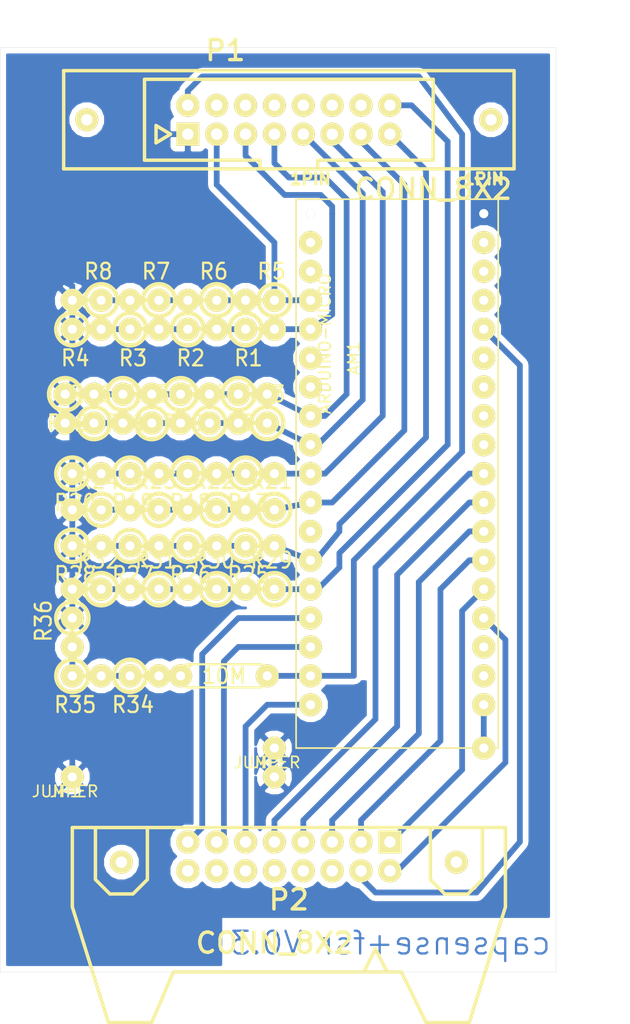
<source format=kicad_pcb>
(kicad_pcb (version 3) (host pcbnew "(2013-mar-13)-testing")

  (general
    (links 69)
    (no_connects 2)
    (area 102.857299 29.675 161.033334 120.040401)
    (thickness 1.6)
    (drawings 10)
    (tracks 157)
    (zones 0)
    (modules 43)
    (nets 74)
  )

  (page A4)
  (title_block
    (title "Capsense + FSR board")
    (date "10 Dec 2013")
    (rev 0.1)
    (company "Das Körperrauschen")
  )

  (layers
    (15 F.Cu signal)
    (0 B.Cu signal)
    (16 B.Adhes user)
    (17 F.Adhes user)
    (18 B.Paste user)
    (19 F.Paste user)
    (20 B.SilkS user)
    (21 F.SilkS user)
    (22 B.Mask user)
    (23 F.Mask user)
    (24 Dwgs.User user)
    (25 Cmts.User user)
    (26 Eco1.User user)
    (27 Eco2.User user)
    (28 Edge.Cuts user)
  )

  (setup
    (last_trace_width 0.508)
    (trace_clearance 0.508)
    (zone_clearance 0.508)
    (zone_45_only no)
    (trace_min 0.000394)
    (segment_width 0.2)
    (edge_width 0.0254)
    (via_size 0.889)
    (via_drill 0.635)
    (via_min_size 0.001378)
    (via_min_drill 0.508)
    (uvia_size 0.508)
    (uvia_drill 0.127)
    (uvias_allowed no)
    (uvia_min_size 0)
    (uvia_min_drill 0.127)
    (pcb_text_width 0.3)
    (pcb_text_size 1 1)
    (mod_edge_width 0.15)
    (mod_text_size 1 1)
    (mod_text_width 0.15)
    (pad_size 0.8 0.8)
    (pad_drill 0.8)
    (pad_to_mask_clearance 0)
    (aux_axis_origin 105.41 34.925)
    (visible_elements FFFFFFFF)
    (pcbplotparams
      (layerselection 268435457)
      (usegerberextensions false)
      (excludeedgelayer true)
      (linewidth 0.150000)
      (plotframeref false)
      (viasonmask false)
      (mode 1)
      (useauxorigin false)
      (hpglpennumber 1)
      (hpglpenspeed 20)
      (hpglpendiameter 15)
      (hpglpenoverlay 2)
      (psnegative false)
      (psa4output false)
      (plotreference true)
      (plotvalue true)
      (plotothertext true)
      (plotinvisibletext false)
      (padsonsilk false)
      (subtractmaskfromsilk false)
      (outputformat 1)
      (mirror false)
      (drillshape 0)
      (scaleselection 1)
      (outputdirectory gerber/))
  )

  (net 0 "")
  (net 1 /CS0)
  (net 2 /CS1)
  (net 3 /CS2)
  (net 4 /CS3)
  (net 5 /CS4)
  (net 6 /CS5)
  (net 7 /CS6)
  (net 8 /CS7)
  (net 9 /CS8)
  (net 10 /FSR0)
  (net 11 /FSR1)
  (net 12 /FSR2)
  (net 13 /FSR3)
  (net 14 /FSR4)
  (net 15 /FSR5)
  (net 16 /FSR6)
  (net 17 /FSR7)
  (net 18 /FSR8)
  (net 19 /SHIELD)
  (net 20 GND)
  (net 21 N-0000011)
  (net 22 N-0000012)
  (net 23 N-0000013)
  (net 24 N-0000014)
  (net 25 N-0000015)
  (net 26 N-0000016)
  (net 27 N-000002)
  (net 28 N-0000021)
  (net 29 N-0000022)
  (net 30 N-0000023)
  (net 31 N-0000024)
  (net 32 N-0000025)
  (net 33 N-0000026)
  (net 34 N-0000027)
  (net 35 N-0000028)
  (net 36 N-0000029)
  (net 37 N-000003)
  (net 38 N-0000030)
  (net 39 N-0000031)
  (net 40 N-0000032)
  (net 41 N-0000033)
  (net 42 N-0000034)
  (net 43 N-0000035)
  (net 44 N-0000037)
  (net 45 N-0000039)
  (net 46 N-000004)
  (net 47 N-0000040)
  (net 48 N-0000042)
  (net 49 N-0000043)
  (net 50 N-0000044)
  (net 51 N-0000045)
  (net 52 N-0000046)
  (net 53 N-0000047)
  (net 54 N-0000048)
  (net 55 N-0000049)
  (net 56 N-0000050)
  (net 57 N-0000051)
  (net 58 N-0000052)
  (net 59 N-0000053)
  (net 60 N-0000055)
  (net 61 N-0000056)
  (net 62 N-0000057)
  (net 63 N-0000058)
  (net 64 N-0000059)
  (net 65 N-0000060)
  (net 66 N-0000061)
  (net 67 N-0000062)
  (net 68 N-0000066)
  (net 69 N-0000067)
  (net 70 N-0000068)
  (net 71 N-0000069)
  (net 72 N-0000070)
  (net 73 N-000009)

  (net_class Default "This is the default net class."
    (clearance 0.508)
    (trace_width 0.508)
    (via_dia 0.889)
    (via_drill 0.635)
    (uvia_dia 0.508)
    (uvia_drill 0.127)
    (add_net "")
    (add_net /CS0)
    (add_net /CS1)
    (add_net /CS2)
    (add_net /CS3)
    (add_net /CS4)
    (add_net /CS5)
    (add_net /CS6)
    (add_net /CS7)
    (add_net /CS8)
    (add_net /FSR0)
    (add_net /FSR1)
    (add_net /FSR2)
    (add_net /FSR3)
    (add_net /FSR4)
    (add_net /FSR5)
    (add_net /FSR6)
    (add_net /FSR7)
    (add_net /FSR8)
    (add_net /SHIELD)
    (add_net GND)
    (add_net N-0000011)
    (add_net N-0000012)
    (add_net N-0000013)
    (add_net N-0000014)
    (add_net N-0000015)
    (add_net N-0000016)
    (add_net N-000002)
    (add_net N-0000021)
    (add_net N-0000022)
    (add_net N-0000023)
    (add_net N-0000024)
    (add_net N-0000025)
    (add_net N-0000026)
    (add_net N-0000027)
    (add_net N-0000028)
    (add_net N-0000029)
    (add_net N-000003)
    (add_net N-0000030)
    (add_net N-0000031)
    (add_net N-0000032)
    (add_net N-0000033)
    (add_net N-0000034)
    (add_net N-0000035)
    (add_net N-0000037)
    (add_net N-0000039)
    (add_net N-000004)
    (add_net N-0000040)
    (add_net N-0000042)
    (add_net N-0000043)
    (add_net N-0000044)
    (add_net N-0000045)
    (add_net N-0000046)
    (add_net N-0000047)
    (add_net N-0000048)
    (add_net N-0000049)
    (add_net N-0000050)
    (add_net N-0000051)
    (add_net N-0000052)
    (add_net N-0000053)
    (add_net N-0000055)
    (add_net N-0000056)
    (add_net N-0000057)
    (add_net N-0000058)
    (add_net N-0000059)
    (add_net N-0000060)
    (add_net N-0000061)
    (add_net N-0000062)
    (add_net N-0000066)
    (add_net N-0000067)
    (add_net N-0000068)
    (add_net N-0000069)
    (add_net N-0000070)
    (add_net N-000009)
  )

  (module 1pin (layer F.Cu) (tedit 52AAE96C) (tstamp 52AAEA5F)
    (at 130.175 48.26)
    (descr "module 1 pin (ou trou mecanique de percage)")
    (tags DEV)
    (path 1pin)
    (fp_text reference 1PIN (at 0 -3.048) (layer F.SilkS)
      (effects (font (size 1.016 1.016) (thickness 0.254)))
    )
    (fp_text value P*** (at 0 2.794) (layer F.SilkS) hide
      (effects (font (size 1.016 1.016) (thickness 0.254)))
    )
    (pad 1 thru_hole circle (at 0 0) (size 0.8 0.8) (drill 0.8)
      (layers *.Cu *.Mask F.SilkS)
    )
  )

  (module 1pin (layer F.Cu) (tedit 52AAE96C) (tstamp 52AAEAAF)
    (at 145.415 48.26)
    (descr "module 1 pin (ou trou mecanique de percage)")
    (tags DEV)
    (path 1pin)
    (fp_text reference 1PIN (at 0 -3.048) (layer F.SilkS)
      (effects (font (size 1.016 1.016) (thickness 0.254)))
    )
    (fp_text value P*** (at 0 2.794) (layer F.SilkS) hide
      (effects (font (size 1.016 1.016) (thickness 0.254)))
    )
    (pad 1 thru_hole circle (at 0 0) (size 0.8 0.8) (drill 0.8)
      (layers *.Cu *.Mask F.SilkS)
    )
  )

  (module arduino-micro (layer F.Cu) (tedit 52AAE901) (tstamp 52A7871B)
    (at 132.715 59.69 270)
    (path /52A739F2)
    (fp_text reference AM1 (at 1.27 -1.27 270) (layer F.SilkS)
      (effects (font (size 1 1) (thickness 0.15)))
    )
    (fp_text value ARDUINO-MICRO (at 0 1.27 270) (layer F.SilkS)
      (effects (font (size 1 1) (thickness 0.15)))
    )
    (fp_line (start -12.7 -13.97) (end 35.56 -13.97) (layer F.SilkS) (width 0.15))
    (fp_line (start 35.56 -13.97) (end 35.56 3.81) (layer F.SilkS) (width 0.15))
    (fp_line (start 35.56 3.81) (end -12.7 3.81) (layer F.SilkS) (width 0.15))
    (fp_line (start -12.7 3.81) (end -12.7 -13.97) (layer F.SilkS) (width 0.15))
    (pad 1 thru_hole circle (at -8.89 -12.7 270) (size 2.032 2.032) (drill 0.8)
      (layers *.Cu *.Mask F.SilkS)
      (net 34 N-0000027)
    )
    (pad 2 thru_hole circle (at -6.35 -12.7 270) (size 2.032 2.032) (drill 0.8)
      (layers *.Cu *.Mask F.SilkS)
      (net 35 N-0000028)
    )
    (pad 3 thru_hole circle (at -3.81 -12.7 270) (size 2.032 2.032) (drill 0.8)
      (layers *.Cu *.Mask F.SilkS)
      (net 36 N-0000029)
    )
    (pad 4 thru_hole circle (at -1.27 -12.7 270) (size 2.032 2.032) (drill 0.8)
      (layers *.Cu *.Mask F.SilkS)
      (net 20 GND)
    )
    (pad 5 thru_hole circle (at 1.27 -12.7 270) (size 2.032 2.032) (drill 0.8)
      (layers *.Cu *.Mask F.SilkS)
      (net 33 N-0000026)
    )
    (pad 6 thru_hole circle (at 3.81 -12.7 270) (size 2.032 2.032) (drill 0.8)
      (layers *.Cu *.Mask F.SilkS)
      (net 32 N-0000025)
    )
    (pad 7 thru_hole circle (at 6.35 -12.7 270) (size 2.032 2.032) (drill 0.8)
      (layers *.Cu *.Mask F.SilkS)
      (net 71 N-0000069)
    )
    (pad 8 thru_hole circle (at 8.89 -12.7 270) (size 2.032 2.032) (drill 0.8)
      (layers *.Cu *.Mask F.SilkS)
      (net 72 N-0000070)
    )
    (pad 9 thru_hole circle (at 11.43 -12.7 270) (size 2.032 2.032) (drill 0.8)
      (layers *.Cu *.Mask F.SilkS)
      (net 15 /FSR5)
    )
    (pad 10 thru_hole circle (at 13.97 -12.7 270) (size 2.032 2.032) (drill 0.8)
      (layers *.Cu *.Mask F.SilkS)
      (net 14 /FSR4)
    )
    (pad 11 thru_hole circle (at 16.51 -12.7 270) (size 2.032 2.032) (drill 0.8)
      (layers *.Cu *.Mask F.SilkS)
      (net 13 /FSR3)
    )
    (pad 12 thru_hole circle (at 19.05 -12.7 270) (size 2.032 2.032) (drill 0.8)
      (layers *.Cu *.Mask F.SilkS)
      (net 12 /FSR2)
    )
    (pad 13 thru_hole circle (at 21.59 -12.7 270) (size 2.032 2.032) (drill 0.8)
      (layers *.Cu *.Mask F.SilkS)
      (net 11 /FSR1)
    )
    (pad 14 thru_hole circle (at 24.13 -12.7 270) (size 2.032 2.032) (drill 0.8)
      (layers *.Cu *.Mask F.SilkS)
      (net 10 /FSR0)
    )
    (pad 15 thru_hole circle (at 26.67 -12.7 270) (size 2.032 2.032) (drill 0.8)
      (layers *.Cu *.Mask F.SilkS)
      (net 31 N-0000024)
    )
    (pad 16 thru_hole circle (at 29.21 -12.7 270) (size 2.032 2.032) (drill 0.8)
      (layers *.Cu *.Mask F.SilkS)
      (net 30 N-0000023)
    )
    (pad 17 thru_hole circle (at 31.75 -12.7 270) (size 2.032 2.032) (drill 0.8)
      (layers *.Cu *.Mask F.SilkS)
      (net 19 /SHIELD)
    )
    (pad 18 thru_hole circle (at 31.75 2.54 270) (size 2.032 2.032) (drill 0.8)
      (layers *.Cu *.Mask F.SilkS)
      (net 16 /FSR6)
    )
    (pad 19 thru_hole circle (at 29.21 2.54 270) (size 2.032 2.032) (drill 0.8)
      (layers *.Cu *.Mask F.SilkS)
      (net 9 /CS8)
    )
    (pad 20 thru_hole circle (at 26.67 2.54 270) (size 2.032 2.032) (drill 0.8)
      (layers *.Cu *.Mask F.SilkS)
      (net 17 /FSR7)
    )
    (pad 21 thru_hole circle (at 24.13 2.54 270) (size 2.032 2.032) (drill 0.8)
      (layers *.Cu *.Mask F.SilkS)
      (net 18 /FSR8)
    )
    (pad 22 thru_hole circle (at 21.59 2.54 270) (size 2.032 2.032) (drill 0.8)
      (layers *.Cu *.Mask F.SilkS)
      (net 8 /CS7)
    )
    (pad 23 thru_hole circle (at 19.05 2.54 270) (size 2.032 2.032) (drill 0.8)
      (layers *.Cu *.Mask F.SilkS)
      (net 7 /CS6)
    )
    (pad 24 thru_hole circle (at 16.51 2.54 270) (size 2.032 2.032) (drill 0.8)
      (layers *.Cu *.Mask F.SilkS)
      (net 44 N-0000037)
    )
    (pad 25 thru_hole circle (at 13.97 2.54 270) (size 2.032 2.032) (drill 0.8)
      (layers *.Cu *.Mask F.SilkS)
      (net 6 /CS5)
    )
    (pad 26 thru_hole circle (at 11.43 2.54 270) (size 2.032 2.032) (drill 0.8)
      (layers *.Cu *.Mask F.SilkS)
      (net 5 /CS4)
    )
    (pad 27 thru_hole circle (at 8.89 2.54 270) (size 2.032 2.032) (drill 0.8)
      (layers *.Cu *.Mask F.SilkS)
      (net 4 /CS3)
    )
    (pad 28 thru_hole circle (at 6.35 2.54 270) (size 2.032 2.032) (drill 0.8)
      (layers *.Cu *.Mask F.SilkS)
      (net 3 /CS2)
    )
    (pad 29 thru_hole circle (at 3.81 2.54 270) (size 2.032 2.032) (drill 0.8)
      (layers *.Cu *.Mask F.SilkS)
      (net 37 N-000003)
    )
    (pad 30 thru_hole circle (at 1.27 2.54 270) (size 2.032 2.032) (drill 0.8)
      (layers *.Cu *.Mask F.SilkS)
      (net 46 N-000004)
    )
    (pad 31 thru_hole circle (at -1.27 2.54 270) (size 2.032 2.032) (drill 0.8)
      (layers *.Cu *.Mask F.SilkS)
      (net 1 /CS0)
    )
    (pad 32 thru_hole circle (at -3.81 2.54 270) (size 2.032 2.032) (drill 0.8)
      (layers *.Cu *.Mask F.SilkS)
      (net 2 /CS1)
    )
    (pad 33 thru_hole circle (at -6.35 2.54 270) (size 2.032 2.032) (drill 0.8)
      (layers *.Cu *.Mask F.SilkS)
      (net 29 N-0000022)
    )
    (pad 34 thru_hole circle (at -8.89 2.54 270) (size 2.032 2.032) (drill 0.8)
      (layers *.Cu *.Mask F.SilkS)
      (net 28 N-0000021)
    )
  )

  (module he10-16c (layer F.Cu) (tedit 52A9A368) (tstamp 52A92362)
    (at 128.27 104.775)
    (descr "Connecteur HE10 16 contacts couche")
    (tags "CONN HE10")
    (path /52A75AB3)
    (fp_text reference P2 (at 0 3.81) (layer F.SilkS)
      (effects (font (size 1.778 1.778) (thickness 0.3048)))
    )
    (fp_text value CONN_8X2 (at -1.27 7.62) (layer F.SilkS)
      (effects (font (size 1.778 1.778) (thickness 0.3048)))
    )
    (fp_line (start -12.446 -2.54) (end -12.446 2.032) (layer F.SilkS) (width 0.3048))
    (fp_line (start -12.446 2.032) (end -13.716 3.302) (layer F.SilkS) (width 0.3048))
    (fp_line (start -13.716 3.302) (end -15.748 3.302) (layer F.SilkS) (width 0.3048))
    (fp_line (start -15.748 3.302) (end -17.018 2.032) (layer F.SilkS) (width 0.3048))
    (fp_line (start -17.018 2.032) (end -17.018 -2.54) (layer F.SilkS) (width 0.3048))
    (fp_line (start 17.018 -2.54) (end 17.018 2.032) (layer F.SilkS) (width 0.3048))
    (fp_line (start 17.018 2.032) (end 15.748 3.302) (layer F.SilkS) (width 0.3048))
    (fp_line (start 15.748 3.302) (end 13.716 3.302) (layer F.SilkS) (width 0.3048))
    (fp_line (start 13.716 3.302) (end 12.446 2.032) (layer F.SilkS) (width 0.3048))
    (fp_line (start 12.446 2.032) (end 12.446 -2.54) (layer F.SilkS) (width 0.3048))
    (fp_line (start -19.05 -2.54) (end -19.05 4.445) (layer F.SilkS) (width 0.3048))
    (fp_line (start -19.05 4.445) (end -15.875 14.605) (layer F.SilkS) (width 0.3048))
    (fp_line (start -15.875 14.605) (end -12.065 14.605) (layer F.SilkS) (width 0.3048))
    (fp_line (start -12.065 14.605) (end -10.16 10.16) (layer F.SilkS) (width 0.3048))
    (fp_line (start -19.05 -2.54) (end 19.05 -2.54) (layer F.SilkS) (width 0.3048))
    (fp_line (start 19.05 -2.54) (end 19.05 4.445) (layer F.SilkS) (width 0.3048))
    (fp_line (start 19.05 4.445) (end 15.875 14.605) (layer F.SilkS) (width 0.3048))
    (fp_line (start 15.875 14.605) (end 12.065 14.605) (layer F.SilkS) (width 0.3048))
    (fp_line (start -10.16 10.16) (end 9.906 10.16) (layer F.SilkS) (width 0.3048))
    (fp_line (start 12.065 14.605) (end 9.906 10.16) (layer F.SilkS) (width 0.3048))
    (fp_line (start 8.636 10.16) (end 7.62 8.128) (layer F.SilkS) (width 0.3048))
    (fp_line (start 7.62 8.128) (end 6.604 10.16) (layer F.SilkS) (width 0.3048))
    (pad 0 thru_hole circle (at -14.732 0.508) (size 2.032 2.032) (drill 1)
      (layers *.Cu *.Mask F.SilkS)
    )
    (pad 0 thru_hole circle (at 14.732 0.508) (size 2.032 2.032) (drill 1)
      (layers *.Cu *.Mask F.SilkS)
    )
    (pad 1 thru_hole rect (at 8.89 -1.27) (size 2.032 2.032) (drill 1)
      (layers *.Cu *.Mask F.SilkS)
      (net 11 /FSR1)
      (clearance 0.254)
    )
    (pad 2 thru_hole circle (at 8.89 1.27) (size 2.032 2.032) (drill 1)
      (layers *.Cu *.Mask F.SilkS)
      (net 10 /FSR0)
      (clearance 0.254)
    )
    (pad 3 thru_hole circle (at 6.35 -1.27) (size 2.032 2.032) (drill 1)
      (layers *.Cu *.Mask F.SilkS)
      (net 12 /FSR2)
      (clearance 0.254)
    )
    (pad 4 thru_hole circle (at 6.35 1.27) (size 2.032 2.032) (drill 1)
      (layers *.Cu *.Mask F.SilkS)
      (net 20 GND)
      (clearance 0.508)
    )
    (pad 5 thru_hole circle (at 3.81 -1.27) (size 2.032 2.032) (drill 1)
      (layers *.Cu *.Mask F.SilkS)
      (net 13 /FSR3)
      (clearance 0.508)
    )
    (pad 6 thru_hole circle (at 3.81 1.27) (size 2.032 2.032) (drill 1)
      (layers *.Cu *.Mask F.SilkS)
      (net 73 N-000009)
      (clearance 0.508)
    )
    (pad 7 thru_hole circle (at 1.27 -1.27) (size 2.032 2.032) (drill 1)
      (layers *.Cu *.Mask F.SilkS)
      (net 14 /FSR4)
      (clearance 0.508)
    )
    (pad 8 thru_hole circle (at 1.27 1.27) (size 2.032 2.032) (drill 1)
      (layers *.Cu *.Mask F.SilkS)
      (net 21 N-0000011)
      (clearance 0.508)
    )
    (pad 9 thru_hole circle (at -1.27 -1.27) (size 2.032 2.032) (drill 1)
      (layers *.Cu *.Mask F.SilkS)
      (net 15 /FSR5)
      (clearance 0.508)
    )
    (pad 10 thru_hole circle (at -1.27 1.27) (size 2.032 2.032) (drill 1)
      (layers *.Cu *.Mask F.SilkS)
      (net 23 N-0000013)
      (clearance 0.508)
    )
    (pad 11 thru_hole circle (at -3.81 -1.27) (size 2.032 2.032) (drill 1)
      (layers *.Cu *.Mask F.SilkS)
      (net 16 /FSR6)
      (clearance 0.508)
    )
    (pad 12 thru_hole circle (at -3.81 1.27) (size 2.032 2.032) (drill 1)
      (layers *.Cu *.Mask F.SilkS)
      (net 24 N-0000014)
      (clearance 0.508)
    )
    (pad 13 thru_hole circle (at -6.35 -1.27) (size 2.032 2.032) (drill 1)
      (layers *.Cu *.Mask F.SilkS)
      (net 17 /FSR7)
      (clearance 0.254)
    )
    (pad 14 thru_hole circle (at -6.35 1.27) (size 2.032 2.032) (drill 1)
      (layers *.Cu *.Mask F.SilkS)
      (net 25 N-0000015)
      (clearance 0.508)
    )
    (pad 15 thru_hole circle (at -8.89 -1.27) (size 2.032 2.032) (drill 1)
      (layers *.Cu *.Mask F.SilkS)
      (net 18 /FSR8)
      (clearance 0.508)
    )
    (pad 16 thru_hole circle (at -8.89 1.27) (size 2.032 2.032) (drill 1)
      (layers *.Cu *.Mask F.SilkS)
      (net 26 N-0000016)
      (clearance 0.508)
    )
  )

  (module he10-16d (layer F.Cu) (tedit 52A9EE81) (tstamp 52A9EFD9)
    (at 128.27 40.005)
    (descr "Connecteur HE10 16 contacts droit")
    (tags "CONN HE10")
    (path /52A75B89)
    (fp_text reference P1 (at -5.588 -6.096) (layer F.SilkS)
      (effects (font (size 1.778 1.778) (thickness 0.3048)))
    )
    (fp_text value CONN_8X2 (at 12.7 6.096) (layer F.SilkS)
      (effects (font (size 1.778 1.778) (thickness 0.3048)))
    )
    (fp_line (start -2.54 4.318) (end -2.54 3.556) (layer F.SilkS) (width 0.3048))
    (fp_line (start -2.54 3.556) (end -12.7 3.556) (layer F.SilkS) (width 0.3048))
    (fp_line (start -12.7 3.556) (end -12.7 -3.556) (layer F.SilkS) (width 0.3048))
    (fp_line (start -12.7 -3.556) (end 12.7 -3.556) (layer F.SilkS) (width 0.3048))
    (fp_line (start 12.7 -3.556) (end 12.7 3.556) (layer F.SilkS) (width 0.3048))
    (fp_line (start 12.7 3.556) (end 2.54 3.556) (layer F.SilkS) (width 0.3048))
    (fp_line (start 2.54 3.556) (end 2.54 4.318) (layer F.SilkS) (width 0.3048))
    (fp_line (start -19.812 4.318) (end -19.812 -4.318) (layer F.SilkS) (width 0.3048))
    (fp_line (start -19.812 -4.318) (end 19.812 -4.318) (layer F.SilkS) (width 0.3048))
    (fp_line (start 19.812 -4.318) (end 19.812 4.318) (layer F.SilkS) (width 0.3048))
    (fp_line (start 19.812 4.318) (end -19.812 4.318) (layer F.SilkS) (width 0.3048))
    (fp_line (start -10.414 1.27) (end -11.684 0.508) (layer F.SilkS) (width 0.3048))
    (fp_line (start -11.684 0.508) (end -11.684 2.032) (layer F.SilkS) (width 0.3048))
    (fp_line (start -11.684 2.032) (end -10.414 1.27) (layer F.SilkS) (width 0.3048))
    (pad 0 thru_hole circle (at -17.78 0) (size 2.032 2.032) (drill 1)
      (layers *.Cu *.Mask F.SilkS)
    )
    (pad 0 thru_hole circle (at 17.78 0) (size 2.032 2.032) (drill 1)
      (layers *.Cu *.Mask F.SilkS)
    )
    (pad 1 thru_hole rect (at -8.89 1.27) (size 2.032 2.032) (drill 1)
      (layers *.Cu *.Mask F.SilkS)
      (net 19 /SHIELD)
      (clearance 0.4826)
    )
    (pad 2 thru_hole circle (at -8.89 -1.27) (size 2.032 2.032) (drill 1)
      (layers *.Cu *.Mask F.SilkS)
      (net 9 /CS8)
      (clearance 0.4826)
    )
    (pad 3 thru_hole circle (at -6.35 1.27) (size 2.032 2.032) (drill 1)
      (layers *.Cu *.Mask F.SilkS)
      (net 2 /CS1)
      (clearance 0.4826)
    )
    (pad 4 thru_hole circle (at -6.35 -1.27) (size 2.032 2.032) (drill 1)
      (layers *.Cu *.Mask F.SilkS)
      (net 38 N-0000030)
      (clearance 0.508)
    )
    (pad 5 thru_hole circle (at -3.81 1.27) (size 2.032 2.032) (drill 1)
      (layers *.Cu *.Mask F.SilkS)
      (net 1 /CS0)
      (clearance 0.508)
    )
    (pad 6 thru_hole circle (at -3.81 -1.27) (size 2.032 2.032) (drill 1)
      (layers *.Cu *.Mask F.SilkS)
      (net 39 N-0000031)
      (clearance 0.508)
    )
    (pad 7 thru_hole circle (at -1.27 1.27) (size 2.032 2.032) (drill 1)
      (layers *.Cu *.Mask F.SilkS)
      (net 3 /CS2)
      (clearance 0.508)
    )
    (pad 8 thru_hole circle (at -1.27 -1.27) (size 2.032 2.032) (drill 1)
      (layers *.Cu *.Mask F.SilkS)
      (net 40 N-0000032)
      (clearance 0.508)
    )
    (pad 9 thru_hole circle (at 1.27 1.27) (size 2.032 2.032) (drill 1)
      (layers *.Cu *.Mask F.SilkS)
      (net 4 /CS3)
      (clearance 0.508)
    )
    (pad 10 thru_hole circle (at 1.27 -1.27) (size 2.032 2.032) (drill 1)
      (layers *.Cu *.Mask F.SilkS)
      (net 41 N-0000033)
      (clearance 0.508)
    )
    (pad 11 thru_hole circle (at 3.81 1.27) (size 2.032 2.032) (drill 1)
      (layers *.Cu *.Mask F.SilkS)
      (net 5 /CS4)
      (clearance 0.508)
    )
    (pad 12 thru_hole circle (at 3.81 -1.27) (size 2.032 2.032) (drill 1)
      (layers *.Cu *.Mask F.SilkS)
      (net 42 N-0000034)
      (clearance 0.508)
    )
    (pad 13 thru_hole circle (at 6.35 1.27) (size 2.032 2.032) (drill 1)
      (layers *.Cu *.Mask F.SilkS)
      (net 6 /CS5)
      (clearance 0.508)
    )
    (pad 14 thru_hole circle (at 6.35 -1.27) (size 2.032 2.032) (drill 1)
      (layers *.Cu *.Mask F.SilkS)
      (net 43 N-0000035)
      (clearance 0.508)
    )
    (pad 15 thru_hole circle (at 8.89 1.27) (size 2.032 2.032) (drill 1)
      (layers *.Cu *.Mask F.SilkS)
      (net 7 /CS6)
      (clearance 0.508)
    )
    (pad 16 thru_hole circle (at 8.89 -1.27) (size 2.032 2.032) (drill 1)
      (layers *.Cu *.Mask F.SilkS)
      (net 8 /CS7)
      (clearance 0.508)
    )
  )

  (module jumper (layer F.Cu) (tedit 52A9EE08) (tstamp 52A99E2A)
    (at 126.365 96.52)
    (path /52A99D1E)
    (fp_text reference JP2 (at 0 0) (layer F.SilkS)
      (effects (font (size 1 1) (thickness 0.15)))
    )
    (fp_text value JUMPER (at 0 0) (layer F.SilkS)
      (effects (font (size 1 1) (thickness 0.15)))
    )
    (pad 1 thru_hole circle (at 0.635 -1.27) (size 2.032 2.032) (drill 0.8)
      (layers *.Cu *.Mask F.SilkS)
      (net 19 /SHIELD)
    )
    (pad 2 thru_hole circle (at 19.05 -1.27) (size 2.032 2.032) (drill 0.8)
      (layers *.Cu *.Mask F.SilkS)
      (net 19 /SHIELD)
    )
  )

  (module jumper (layer F.Cu) (tedit 52A99CE5) (tstamp 52A88185)
    (at 108.585 99.06)
    (path /52A88597)
    (fp_text reference JP1 (at 0 0) (layer F.SilkS)
      (effects (font (size 1 1) (thickness 0.15)))
    )
    (fp_text value JUMPER (at 0 0) (layer F.SilkS)
      (effects (font (size 1 1) (thickness 0.15)))
    )
    (pad 1 thru_hole circle (at 0.635 -1.27) (size 2.032 2.032) (drill 0.8)
      (layers *.Cu *.Mask F.SilkS)
      (net 19 /SHIELD)
    )
    (pad 2 thru_hole circle (at 18.415 -1.27) (size 2.032 2.032) (drill 0.8)
      (layers *.Cu *.Mask F.SilkS)
      (net 19 /SHIELD)
    )
  )

  (module R1 (layer F.Cu) (tedit 200000) (tstamp 52A74812)
    (at 125.73 58.42)
    (descr "Resistance verticale")
    (tags R)
    (path /52A73AED)
    (autoplace_cost90 10)
    (autoplace_cost180 10)
    (fp_text reference R1 (at -1.016 2.54) (layer F.SilkS)
      (effects (font (size 1.397 1.27) (thickness 0.2032)))
    )
    (fp_text value 10M (at -1.143 2.54) (layer F.SilkS) hide
      (effects (font (size 1.397 1.27) (thickness 0.2032)))
    )
    (fp_line (start -1.27 0) (end 1.27 0) (layer F.SilkS) (width 0.381))
    (fp_circle (center -1.27 0) (end -0.635 1.27) (layer F.SilkS) (width 0.381))
    (pad 1 thru_hole circle (at -1.27 0) (size 2.032 2.032) (drill 0.8)
      (layers *.Cu *.Mask F.SilkS)
      (net 61 N-0000056)
    )
    (pad 2 thru_hole circle (at 1.27 0) (size 2.032 2.032) (drill 0.8)
      (layers *.Cu *.Mask F.SilkS)
      (net 1 /CS0)
    )
    (model discret/verti_resistor.wrl
      (at (xyz 0 0 0))
      (scale (xyz 1 1 1))
      (rotate (xyz 0 0 0))
    )
  )

  (module R1 (layer F.Cu) (tedit 200000) (tstamp 52A74819)
    (at 120.65 58.42)
    (descr "Resistance verticale")
    (tags R)
    (path /52A73B29)
    (autoplace_cost90 10)
    (autoplace_cost180 10)
    (fp_text reference R2 (at -1.016 2.54) (layer F.SilkS)
      (effects (font (size 1.397 1.27) (thickness 0.2032)))
    )
    (fp_text value 10M (at -1.143 2.54) (layer F.SilkS) hide
      (effects (font (size 1.397 1.27) (thickness 0.2032)))
    )
    (fp_line (start -1.27 0) (end 1.27 0) (layer F.SilkS) (width 0.381))
    (fp_circle (center -1.27 0) (end -0.635 1.27) (layer F.SilkS) (width 0.381))
    (pad 1 thru_hole circle (at -1.27 0) (size 2.032 2.032) (drill 0.8)
      (layers *.Cu *.Mask F.SilkS)
      (net 27 N-000002)
    )
    (pad 2 thru_hole circle (at 1.27 0) (size 2.032 2.032) (drill 0.8)
      (layers *.Cu *.Mask F.SilkS)
      (net 61 N-0000056)
    )
    (model discret/verti_resistor.wrl
      (at (xyz 0 0 0))
      (scale (xyz 1 1 1))
      (rotate (xyz 0 0 0))
    )
  )

  (module R1 (layer F.Cu) (tedit 200000) (tstamp 52A74820)
    (at 115.57 58.42)
    (descr "Resistance verticale")
    (tags R)
    (path /52A73B2F)
    (autoplace_cost90 10)
    (autoplace_cost180 10)
    (fp_text reference R3 (at -1.016 2.54) (layer F.SilkS)
      (effects (font (size 1.397 1.27) (thickness 0.2032)))
    )
    (fp_text value 10M (at -1.143 2.54) (layer F.SilkS) hide
      (effects (font (size 1.397 1.27) (thickness 0.2032)))
    )
    (fp_line (start -1.27 0) (end 1.27 0) (layer F.SilkS) (width 0.381))
    (fp_circle (center -1.27 0) (end -0.635 1.27) (layer F.SilkS) (width 0.381))
    (pad 1 thru_hole circle (at -1.27 0) (size 2.032 2.032) (drill 0.8)
      (layers *.Cu *.Mask F.SilkS)
      (net 22 N-0000012)
    )
    (pad 2 thru_hole circle (at 1.27 0) (size 2.032 2.032) (drill 0.8)
      (layers *.Cu *.Mask F.SilkS)
      (net 27 N-000002)
    )
    (model discret/verti_resistor.wrl
      (at (xyz 0 0 0))
      (scale (xyz 1 1 1))
      (rotate (xyz 0 0 0))
    )
  )

  (module R1 (layer F.Cu) (tedit 52A88B6D) (tstamp 52A7483D)
    (at 120.65 55.88 180)
    (descr "Resistance verticale")
    (tags R)
    (path /52A7421C)
    (autoplace_cost90 10)
    (autoplace_cost180 10)
    (fp_text reference R6 (at -1.016 2.54 180) (layer F.SilkS)
      (effects (font (size 1.397 1.27) (thickness 0.2032)))
    )
    (fp_text value 10M (at -1.143 2.54 180) (layer F.SilkS) hide
      (effects (font (size 1.397 1.27) (thickness 0.2032)))
    )
    (fp_line (start -1.27 0) (end 1.27 0) (layer F.SilkS) (width 0.381))
    (fp_circle (center -1.27 0) (end -0.635 1.27) (layer F.SilkS) (width 0.381))
    (pad 1 thru_hole circle (at -1.27 0 180) (size 2.032 2.032) (drill 0.8)
      (layers *.Cu *.Mask F.SilkS)
      (net 68 N-0000066)
    )
    (pad 2 thru_hole circle (at 1.27 0 180) (size 2.032 2.032) (drill 0.8)
      (layers *.Cu *.Mask F.SilkS)
      (net 69 N-0000067)
    )
    (model discret/verti_resistor.wrl
      (at (xyz 0 0 0))
      (scale (xyz 1 1 1))
      (rotate (xyz 0 0 0))
    )
  )

  (module R1 (layer F.Cu) (tedit 200000) (tstamp 52A74845)
    (at 115.57 55.88 180)
    (descr "Resistance verticale")
    (tags R)
    (path /52A74222)
    (autoplace_cost90 10)
    (autoplace_cost180 10)
    (fp_text reference R7 (at -1.016 2.54 180) (layer F.SilkS)
      (effects (font (size 1.397 1.27) (thickness 0.2032)))
    )
    (fp_text value 10M (at -1.143 2.54 180) (layer F.SilkS) hide
      (effects (font (size 1.397 1.27) (thickness 0.2032)))
    )
    (fp_line (start -1.27 0) (end 1.27 0) (layer F.SilkS) (width 0.381))
    (fp_circle (center -1.27 0) (end -0.635 1.27) (layer F.SilkS) (width 0.381))
    (pad 1 thru_hole circle (at -1.27 0 180) (size 2.032 2.032) (drill 0.8)
      (layers *.Cu *.Mask F.SilkS)
      (net 69 N-0000067)
    )
    (pad 2 thru_hole circle (at 1.27 0 180) (size 2.032 2.032) (drill 0.8)
      (layers *.Cu *.Mask F.SilkS)
      (net 70 N-0000068)
    )
    (model discret/verti_resistor.wrl
      (at (xyz 0 0 0))
      (scale (xyz 1 1 1))
      (rotate (xyz 0 0 0))
    )
  )

  (module R1 (layer F.Cu) (tedit 52A9ED89) (tstamp 52A7484D)
    (at 110.49 55.88 180)
    (descr "Resistance verticale")
    (tags R)
    (path /52A74228)
    (autoplace_cost90 10)
    (autoplace_cost180 10)
    (fp_text reference R8 (at -1.016 2.54 180) (layer F.SilkS)
      (effects (font (size 1.397 1.27) (thickness 0.2032)))
    )
    (fp_text value 10M (at -1.143 2.54 180) (layer F.SilkS) hide
      (effects (font (size 1.397 1.27) (thickness 0.2032)))
    )
    (fp_line (start -1.27 0) (end 1.27 0) (layer F.SilkS) (width 0.381))
    (fp_circle (center -1.27 0) (end -0.635 1.27) (layer F.SilkS) (width 0.381))
    (pad 1 thru_hole circle (at -1.27 0 180) (size 2.032 2.032) (drill 0.8)
      (layers *.Cu *.Mask F.SilkS)
      (net 70 N-0000068)
    )
    (pad 2 thru_hole circle (at 1.27 0 180) (size 2.032 2.032) (drill 0.8)
      (layers *.Cu *.Mask F.SilkS)
      (net 19 /SHIELD)
    )
    (model discret/verti_resistor.wrl
      (at (xyz 0 0 0))
      (scale (xyz 1 1 1))
      (rotate (xyz 0 0 0))
    )
  )

  (module R1 (layer F.Cu) (tedit 200000) (tstamp 52A74855)
    (at 125.095 64.135)
    (descr "Resistance verticale")
    (tags R)
    (path /52A741FB)
    (autoplace_cost90 10)
    (autoplace_cost180 10)
    (fp_text reference R9 (at -1.016 2.54) (layer F.SilkS)
      (effects (font (size 1.397 1.27) (thickness 0.2032)))
    )
    (fp_text value 10M (at -1.143 2.54) (layer F.SilkS) hide
      (effects (font (size 1.397 1.27) (thickness 0.2032)))
    )
    (fp_line (start -1.27 0) (end 1.27 0) (layer F.SilkS) (width 0.381))
    (fp_circle (center -1.27 0) (end -0.635 1.27) (layer F.SilkS) (width 0.381))
    (pad 1 thru_hole circle (at -1.27 0) (size 2.032 2.032) (drill 0.8)
      (layers *.Cu *.Mask F.SilkS)
      (net 47 N-0000040)
    )
    (pad 2 thru_hole circle (at 1.27 0) (size 2.032 2.032) (drill 0.8)
      (layers *.Cu *.Mask F.SilkS)
      (net 3 /CS2)
    )
    (model discret/verti_resistor.wrl
      (at (xyz 0 0 0))
      (scale (xyz 1 1 1))
      (rotate (xyz 0 0 0))
    )
  )

  (module R1 (layer F.Cu) (tedit 200000) (tstamp 52A7485D)
    (at 120.015 64.135)
    (descr "Resistance verticale")
    (tags R)
    (path /52A74201)
    (autoplace_cost90 10)
    (autoplace_cost180 10)
    (fp_text reference R10 (at -1.016 2.54) (layer F.SilkS)
      (effects (font (size 1.397 1.27) (thickness 0.2032)))
    )
    (fp_text value 10M (at -1.143 2.54) (layer F.SilkS) hide
      (effects (font (size 1.397 1.27) (thickness 0.2032)))
    )
    (fp_line (start -1.27 0) (end 1.27 0) (layer F.SilkS) (width 0.381))
    (fp_circle (center -1.27 0) (end -0.635 1.27) (layer F.SilkS) (width 0.381))
    (pad 1 thru_hole circle (at -1.27 0) (size 2.032 2.032) (drill 0.8)
      (layers *.Cu *.Mask F.SilkS)
      (net 45 N-0000039)
    )
    (pad 2 thru_hole circle (at 1.27 0) (size 2.032 2.032) (drill 0.8)
      (layers *.Cu *.Mask F.SilkS)
      (net 47 N-0000040)
    )
    (model discret/verti_resistor.wrl
      (at (xyz 0 0 0))
      (scale (xyz 1 1 1))
      (rotate (xyz 0 0 0))
    )
  )

  (module R1 (layer F.Cu) (tedit 200000) (tstamp 52A74865)
    (at 114.935 64.135)
    (descr "Resistance verticale")
    (tags R)
    (path /52A74207)
    (autoplace_cost90 10)
    (autoplace_cost180 10)
    (fp_text reference R11 (at -1.016 2.54) (layer F.SilkS)
      (effects (font (size 1.397 1.27) (thickness 0.2032)))
    )
    (fp_text value 10M (at -1.143 2.54) (layer F.SilkS) hide
      (effects (font (size 1.397 1.27) (thickness 0.2032)))
    )
    (fp_line (start -1.27 0) (end 1.27 0) (layer F.SilkS) (width 0.381))
    (fp_circle (center -1.27 0) (end -0.635 1.27) (layer F.SilkS) (width 0.381))
    (pad 1 thru_hole circle (at -1.27 0) (size 2.032 2.032) (drill 0.8)
      (layers *.Cu *.Mask F.SilkS)
      (net 63 N-0000058)
    )
    (pad 2 thru_hole circle (at 1.27 0) (size 2.032 2.032) (drill 0.8)
      (layers *.Cu *.Mask F.SilkS)
      (net 45 N-0000039)
    )
    (model discret/verti_resistor.wrl
      (at (xyz 0 0 0))
      (scale (xyz 1 1 1))
      (rotate (xyz 0 0 0))
    )
  )

  (module R1 (layer F.Cu) (tedit 200000) (tstamp 52A74B37)
    (at 109.855 64.135)
    (descr "Resistance verticale")
    (tags R)
    (path /52A7420D)
    (autoplace_cost90 10)
    (autoplace_cost180 10)
    (fp_text reference R12 (at -1.016 2.54) (layer F.SilkS)
      (effects (font (size 1.397 1.27) (thickness 0.2032)))
    )
    (fp_text value 10M (at -1.143 2.54) (layer F.SilkS) hide
      (effects (font (size 1.397 1.27) (thickness 0.2032)))
    )
    (fp_line (start -1.27 0) (end 1.27 0) (layer F.SilkS) (width 0.381))
    (fp_circle (center -1.27 0) (end -0.635 1.27) (layer F.SilkS) (width 0.381))
    (pad 1 thru_hole circle (at -1.27 0) (size 2.032 2.032) (drill 0.8)
      (layers *.Cu *.Mask F.SilkS)
      (net 19 /SHIELD)
    )
    (pad 2 thru_hole circle (at 1.27 0) (size 2.032 2.032) (drill 0.8)
      (layers *.Cu *.Mask F.SilkS)
      (net 63 N-0000058)
    )
    (model discret/verti_resistor.wrl
      (at (xyz 0 0 0))
      (scale (xyz 1 1 1))
      (rotate (xyz 0 0 0))
    )
  )

  (module R1 (layer F.Cu) (tedit 200000) (tstamp 52A74875)
    (at 125.095 66.675 180)
    (descr "Resistance verticale")
    (tags R)
    (path /52A741E0)
    (autoplace_cost90 10)
    (autoplace_cost180 10)
    (fp_text reference R13 (at -1.016 2.54 180) (layer F.SilkS)
      (effects (font (size 1.397 1.27) (thickness 0.2032)))
    )
    (fp_text value 10M (at -1.143 2.54 180) (layer F.SilkS) hide
      (effects (font (size 1.397 1.27) (thickness 0.2032)))
    )
    (fp_line (start -1.27 0) (end 1.27 0) (layer F.SilkS) (width 0.381))
    (fp_circle (center -1.27 0) (end -0.635 1.27) (layer F.SilkS) (width 0.381))
    (pad 1 thru_hole circle (at -1.27 0 180) (size 2.032 2.032) (drill 0.8)
      (layers *.Cu *.Mask F.SilkS)
      (net 4 /CS3)
    )
    (pad 2 thru_hole circle (at 1.27 0 180) (size 2.032 2.032) (drill 0.8)
      (layers *.Cu *.Mask F.SilkS)
      (net 57 N-0000051)
    )
    (model discret/verti_resistor.wrl
      (at (xyz 0 0 0))
      (scale (xyz 1 1 1))
      (rotate (xyz 0 0 0))
    )
  )

  (module R1 (layer F.Cu) (tedit 200000) (tstamp 52A7487D)
    (at 120.015 66.675 180)
    (descr "Resistance verticale")
    (tags R)
    (path /52A741E6)
    (autoplace_cost90 10)
    (autoplace_cost180 10)
    (fp_text reference R14 (at -1.016 2.54 180) (layer F.SilkS)
      (effects (font (size 1.397 1.27) (thickness 0.2032)))
    )
    (fp_text value 10M (at -1.143 2.54 180) (layer F.SilkS) hide
      (effects (font (size 1.397 1.27) (thickness 0.2032)))
    )
    (fp_line (start -1.27 0) (end 1.27 0) (layer F.SilkS) (width 0.381))
    (fp_circle (center -1.27 0) (end -0.635 1.27) (layer F.SilkS) (width 0.381))
    (pad 1 thru_hole circle (at -1.27 0 180) (size 2.032 2.032) (drill 0.8)
      (layers *.Cu *.Mask F.SilkS)
      (net 57 N-0000051)
    )
    (pad 2 thru_hole circle (at 1.27 0 180) (size 2.032 2.032) (drill 0.8)
      (layers *.Cu *.Mask F.SilkS)
      (net 58 N-0000052)
    )
    (model discret/verti_resistor.wrl
      (at (xyz 0 0 0))
      (scale (xyz 1 1 1))
      (rotate (xyz 0 0 0))
    )
  )

  (module R1 (layer F.Cu) (tedit 200000) (tstamp 52A74885)
    (at 114.935 66.675 180)
    (descr "Resistance verticale")
    (tags R)
    (path /52A741EC)
    (autoplace_cost90 10)
    (autoplace_cost180 10)
    (fp_text reference R15 (at -1.016 2.54 180) (layer F.SilkS)
      (effects (font (size 1.397 1.27) (thickness 0.2032)))
    )
    (fp_text value 10M (at -1.143 2.54 180) (layer F.SilkS) hide
      (effects (font (size 1.397 1.27) (thickness 0.2032)))
    )
    (fp_line (start -1.27 0) (end 1.27 0) (layer F.SilkS) (width 0.381))
    (fp_circle (center -1.27 0) (end -0.635 1.27) (layer F.SilkS) (width 0.381))
    (pad 1 thru_hole circle (at -1.27 0 180) (size 2.032 2.032) (drill 0.8)
      (layers *.Cu *.Mask F.SilkS)
      (net 58 N-0000052)
    )
    (pad 2 thru_hole circle (at 1.27 0 180) (size 2.032 2.032) (drill 0.8)
      (layers *.Cu *.Mask F.SilkS)
      (net 59 N-0000053)
    )
    (model discret/verti_resistor.wrl
      (at (xyz 0 0 0))
      (scale (xyz 1 1 1))
      (rotate (xyz 0 0 0))
    )
  )

  (module R1 (layer F.Cu) (tedit 200000) (tstamp 52A7488D)
    (at 109.855 66.675 180)
    (descr "Resistance verticale")
    (tags R)
    (path /52A741F2)
    (autoplace_cost90 10)
    (autoplace_cost180 10)
    (fp_text reference R16 (at -1.016 2.54 180) (layer F.SilkS)
      (effects (font (size 1.397 1.27) (thickness 0.2032)))
    )
    (fp_text value 10M (at -1.143 2.54 180) (layer F.SilkS) hide
      (effects (font (size 1.397 1.27) (thickness 0.2032)))
    )
    (fp_line (start -1.27 0) (end 1.27 0) (layer F.SilkS) (width 0.381))
    (fp_circle (center -1.27 0) (end -0.635 1.27) (layer F.SilkS) (width 0.381))
    (pad 1 thru_hole circle (at -1.27 0 180) (size 2.032 2.032) (drill 0.8)
      (layers *.Cu *.Mask F.SilkS)
      (net 59 N-0000053)
    )
    (pad 2 thru_hole circle (at 1.27 0 180) (size 2.032 2.032) (drill 0.8)
      (layers *.Cu *.Mask F.SilkS)
      (net 19 /SHIELD)
    )
    (model discret/verti_resistor.wrl
      (at (xyz 0 0 0))
      (scale (xyz 1 1 1))
      (rotate (xyz 0 0 0))
    )
  )

  (module R1 (layer F.Cu) (tedit 200000) (tstamp 52A74895)
    (at 125.73 71.12)
    (descr "Resistance verticale")
    (tags R)
    (path /52A741C5)
    (autoplace_cost90 10)
    (autoplace_cost180 10)
    (fp_text reference R17 (at -1.016 2.54) (layer F.SilkS)
      (effects (font (size 1.397 1.27) (thickness 0.2032)))
    )
    (fp_text value 10M (at -1.143 2.54) (layer F.SilkS) hide
      (effects (font (size 1.397 1.27) (thickness 0.2032)))
    )
    (fp_line (start -1.27 0) (end 1.27 0) (layer F.SilkS) (width 0.381))
    (fp_circle (center -1.27 0) (end -0.635 1.27) (layer F.SilkS) (width 0.381))
    (pad 1 thru_hole circle (at -1.27 0) (size 2.032 2.032) (drill 0.8)
      (layers *.Cu *.Mask F.SilkS)
      (net 54 N-0000048)
    )
    (pad 2 thru_hole circle (at 1.27 0) (size 2.032 2.032) (drill 0.8)
      (layers *.Cu *.Mask F.SilkS)
      (net 5 /CS4)
    )
    (model discret/verti_resistor.wrl
      (at (xyz 0 0 0))
      (scale (xyz 1 1 1))
      (rotate (xyz 0 0 0))
    )
  )

  (module R1 (layer F.Cu) (tedit 200000) (tstamp 52A7489D)
    (at 120.65 71.12)
    (descr "Resistance verticale")
    (tags R)
    (path /52A741CB)
    (autoplace_cost90 10)
    (autoplace_cost180 10)
    (fp_text reference R18 (at -1.016 2.54) (layer F.SilkS)
      (effects (font (size 1.397 1.27) (thickness 0.2032)))
    )
    (fp_text value 10M (at -1.143 2.54) (layer F.SilkS) hide
      (effects (font (size 1.397 1.27) (thickness 0.2032)))
    )
    (fp_line (start -1.27 0) (end 1.27 0) (layer F.SilkS) (width 0.381))
    (fp_circle (center -1.27 0) (end -0.635 1.27) (layer F.SilkS) (width 0.381))
    (pad 1 thru_hole circle (at -1.27 0) (size 2.032 2.032) (drill 0.8)
      (layers *.Cu *.Mask F.SilkS)
      (net 55 N-0000049)
    )
    (pad 2 thru_hole circle (at 1.27 0) (size 2.032 2.032) (drill 0.8)
      (layers *.Cu *.Mask F.SilkS)
      (net 54 N-0000048)
    )
    (model discret/verti_resistor.wrl
      (at (xyz 0 0 0))
      (scale (xyz 1 1 1))
      (rotate (xyz 0 0 0))
    )
  )

  (module R1 (layer F.Cu) (tedit 200000) (tstamp 52A748A5)
    (at 115.57 71.12)
    (descr "Resistance verticale")
    (tags R)
    (path /52A741D1)
    (autoplace_cost90 10)
    (autoplace_cost180 10)
    (fp_text reference R19 (at -1.016 2.54) (layer F.SilkS)
      (effects (font (size 1.397 1.27) (thickness 0.2032)))
    )
    (fp_text value 10M (at -1.143 2.54) (layer F.SilkS) hide
      (effects (font (size 1.397 1.27) (thickness 0.2032)))
    )
    (fp_line (start -1.27 0) (end 1.27 0) (layer F.SilkS) (width 0.381))
    (fp_circle (center -1.27 0) (end -0.635 1.27) (layer F.SilkS) (width 0.381))
    (pad 1 thru_hole circle (at -1.27 0) (size 2.032 2.032) (drill 0.8)
      (layers *.Cu *.Mask F.SilkS)
      (net 56 N-0000050)
    )
    (pad 2 thru_hole circle (at 1.27 0) (size 2.032 2.032) (drill 0.8)
      (layers *.Cu *.Mask F.SilkS)
      (net 55 N-0000049)
    )
    (model discret/verti_resistor.wrl
      (at (xyz 0 0 0))
      (scale (xyz 1 1 1))
      (rotate (xyz 0 0 0))
    )
  )

  (module R1 (layer F.Cu) (tedit 200000) (tstamp 52A748AD)
    (at 110.49 71.12)
    (descr "Resistance verticale")
    (tags R)
    (path /52A741D7)
    (autoplace_cost90 10)
    (autoplace_cost180 10)
    (fp_text reference R20 (at -1.016 2.54) (layer F.SilkS)
      (effects (font (size 1.397 1.27) (thickness 0.2032)))
    )
    (fp_text value 10M (at -1.143 2.54) (layer F.SilkS) hide
      (effects (font (size 1.397 1.27) (thickness 0.2032)))
    )
    (fp_line (start -1.27 0) (end 1.27 0) (layer F.SilkS) (width 0.381))
    (fp_circle (center -1.27 0) (end -0.635 1.27) (layer F.SilkS) (width 0.381))
    (pad 1 thru_hole circle (at -1.27 0) (size 2.032 2.032) (drill 0.8)
      (layers *.Cu *.Mask F.SilkS)
      (net 19 /SHIELD)
    )
    (pad 2 thru_hole circle (at 1.27 0) (size 2.032 2.032) (drill 0.8)
      (layers *.Cu *.Mask F.SilkS)
      (net 56 N-0000050)
    )
    (model discret/verti_resistor.wrl
      (at (xyz 0 0 0))
      (scale (xyz 1 1 1))
      (rotate (xyz 0 0 0))
    )
  )

  (module R1 (layer F.Cu) (tedit 200000) (tstamp 52A748B5)
    (at 125.73 74.295 180)
    (descr "Resistance verticale")
    (tags R)
    (path /52A741AA)
    (autoplace_cost90 10)
    (autoplace_cost180 10)
    (fp_text reference R21 (at -1.016 2.54 180) (layer F.SilkS)
      (effects (font (size 1.397 1.27) (thickness 0.2032)))
    )
    (fp_text value 10M (at -1.143 2.54 180) (layer F.SilkS) hide
      (effects (font (size 1.397 1.27) (thickness 0.2032)))
    )
    (fp_line (start -1.27 0) (end 1.27 0) (layer F.SilkS) (width 0.381))
    (fp_circle (center -1.27 0) (end -0.635 1.27) (layer F.SilkS) (width 0.381))
    (pad 1 thru_hole circle (at -1.27 0 180) (size 2.032 2.032) (drill 0.8)
      (layers *.Cu *.Mask F.SilkS)
      (net 6 /CS5)
    )
    (pad 2 thru_hole circle (at 1.27 0 180) (size 2.032 2.032) (drill 0.8)
      (layers *.Cu *.Mask F.SilkS)
      (net 51 N-0000045)
    )
    (model discret/verti_resistor.wrl
      (at (xyz 0 0 0))
      (scale (xyz 1 1 1))
      (rotate (xyz 0 0 0))
    )
  )

  (module R1 (layer F.Cu) (tedit 200000) (tstamp 52A748BD)
    (at 120.65 74.295 180)
    (descr "Resistance verticale")
    (tags R)
    (path /52A741B0)
    (autoplace_cost90 10)
    (autoplace_cost180 10)
    (fp_text reference R22 (at -1.016 2.54 180) (layer F.SilkS)
      (effects (font (size 1.397 1.27) (thickness 0.2032)))
    )
    (fp_text value 10M (at -1.143 2.54 180) (layer F.SilkS) hide
      (effects (font (size 1.397 1.27) (thickness 0.2032)))
    )
    (fp_line (start -1.27 0) (end 1.27 0) (layer F.SilkS) (width 0.381))
    (fp_circle (center -1.27 0) (end -0.635 1.27) (layer F.SilkS) (width 0.381))
    (pad 1 thru_hole circle (at -1.27 0 180) (size 2.032 2.032) (drill 0.8)
      (layers *.Cu *.Mask F.SilkS)
      (net 51 N-0000045)
    )
    (pad 2 thru_hole circle (at 1.27 0 180) (size 2.032 2.032) (drill 0.8)
      (layers *.Cu *.Mask F.SilkS)
      (net 52 N-0000046)
    )
    (model discret/verti_resistor.wrl
      (at (xyz 0 0 0))
      (scale (xyz 1 1 1))
      (rotate (xyz 0 0 0))
    )
  )

  (module R1 (layer F.Cu) (tedit 200000) (tstamp 52A748C5)
    (at 115.57 74.295 180)
    (descr "Resistance verticale")
    (tags R)
    (path /52A741B6)
    (autoplace_cost90 10)
    (autoplace_cost180 10)
    (fp_text reference R23 (at -1.016 2.54 180) (layer F.SilkS)
      (effects (font (size 1.397 1.27) (thickness 0.2032)))
    )
    (fp_text value 10M (at -1.143 2.54 180) (layer F.SilkS) hide
      (effects (font (size 1.397 1.27) (thickness 0.2032)))
    )
    (fp_line (start -1.27 0) (end 1.27 0) (layer F.SilkS) (width 0.381))
    (fp_circle (center -1.27 0) (end -0.635 1.27) (layer F.SilkS) (width 0.381))
    (pad 1 thru_hole circle (at -1.27 0 180) (size 2.032 2.032) (drill 0.8)
      (layers *.Cu *.Mask F.SilkS)
      (net 52 N-0000046)
    )
    (pad 2 thru_hole circle (at 1.27 0 180) (size 2.032 2.032) (drill 0.8)
      (layers *.Cu *.Mask F.SilkS)
      (net 53 N-0000047)
    )
    (model discret/verti_resistor.wrl
      (at (xyz 0 0 0))
      (scale (xyz 1 1 1))
      (rotate (xyz 0 0 0))
    )
  )

  (module R1 (layer F.Cu) (tedit 200000) (tstamp 52A748CD)
    (at 110.49 74.295 180)
    (descr "Resistance verticale")
    (tags R)
    (path /52A741BC)
    (autoplace_cost90 10)
    (autoplace_cost180 10)
    (fp_text reference R24 (at -1.016 2.54 180) (layer F.SilkS)
      (effects (font (size 1.397 1.27) (thickness 0.2032)))
    )
    (fp_text value 10M (at -1.143 2.54 180) (layer F.SilkS) hide
      (effects (font (size 1.397 1.27) (thickness 0.2032)))
    )
    (fp_line (start -1.27 0) (end 1.27 0) (layer F.SilkS) (width 0.381))
    (fp_circle (center -1.27 0) (end -0.635 1.27) (layer F.SilkS) (width 0.381))
    (pad 1 thru_hole circle (at -1.27 0 180) (size 2.032 2.032) (drill 0.8)
      (layers *.Cu *.Mask F.SilkS)
      (net 53 N-0000047)
    )
    (pad 2 thru_hole circle (at 1.27 0 180) (size 2.032 2.032) (drill 0.8)
      (layers *.Cu *.Mask F.SilkS)
      (net 19 /SHIELD)
    )
    (model discret/verti_resistor.wrl
      (at (xyz 0 0 0))
      (scale (xyz 1 1 1))
      (rotate (xyz 0 0 0))
    )
  )

  (module R1 (layer F.Cu) (tedit 200000) (tstamp 52A748D5)
    (at 125.73 77.47)
    (descr "Resistance verticale")
    (tags R)
    (path /52A7418F)
    (autoplace_cost90 10)
    (autoplace_cost180 10)
    (fp_text reference R25 (at -1.016 2.54) (layer F.SilkS)
      (effects (font (size 1.397 1.27) (thickness 0.2032)))
    )
    (fp_text value 10M (at -1.143 2.54) (layer F.SilkS) hide
      (effects (font (size 1.397 1.27) (thickness 0.2032)))
    )
    (fp_line (start -1.27 0) (end 1.27 0) (layer F.SilkS) (width 0.381))
    (fp_circle (center -1.27 0) (end -0.635 1.27) (layer F.SilkS) (width 0.381))
    (pad 1 thru_hole circle (at -1.27 0) (size 2.032 2.032) (drill 0.8)
      (layers *.Cu *.Mask F.SilkS)
      (net 49 N-0000043)
    )
    (pad 2 thru_hole circle (at 1.27 0) (size 2.032 2.032) (drill 0.8)
      (layers *.Cu *.Mask F.SilkS)
      (net 7 /CS6)
    )
    (model discret/verti_resistor.wrl
      (at (xyz 0 0 0))
      (scale (xyz 1 1 1))
      (rotate (xyz 0 0 0))
    )
  )

  (module R1 (layer F.Cu) (tedit 200000) (tstamp 52A748DD)
    (at 120.65 77.47)
    (descr "Resistance verticale")
    (tags R)
    (path /52A74195)
    (autoplace_cost90 10)
    (autoplace_cost180 10)
    (fp_text reference R26 (at -1.016 2.54) (layer F.SilkS)
      (effects (font (size 1.397 1.27) (thickness 0.2032)))
    )
    (fp_text value 10M (at -1.143 2.54) (layer F.SilkS) hide
      (effects (font (size 1.397 1.27) (thickness 0.2032)))
    )
    (fp_line (start -1.27 0) (end 1.27 0) (layer F.SilkS) (width 0.381))
    (fp_circle (center -1.27 0) (end -0.635 1.27) (layer F.SilkS) (width 0.381))
    (pad 1 thru_hole circle (at -1.27 0) (size 2.032 2.032) (drill 0.8)
      (layers *.Cu *.Mask F.SilkS)
      (net 48 N-0000042)
    )
    (pad 2 thru_hole circle (at 1.27 0) (size 2.032 2.032) (drill 0.8)
      (layers *.Cu *.Mask F.SilkS)
      (net 49 N-0000043)
    )
    (model discret/verti_resistor.wrl
      (at (xyz 0 0 0))
      (scale (xyz 1 1 1))
      (rotate (xyz 0 0 0))
    )
  )

  (module R1 (layer F.Cu) (tedit 200000) (tstamp 52A748E5)
    (at 115.57 77.47)
    (descr "Resistance verticale")
    (tags R)
    (path /52A7419B)
    (autoplace_cost90 10)
    (autoplace_cost180 10)
    (fp_text reference R27 (at -1.016 2.54) (layer F.SilkS)
      (effects (font (size 1.397 1.27) (thickness 0.2032)))
    )
    (fp_text value 10M (at -1.143 2.54) (layer F.SilkS) hide
      (effects (font (size 1.397 1.27) (thickness 0.2032)))
    )
    (fp_line (start -1.27 0) (end 1.27 0) (layer F.SilkS) (width 0.381))
    (fp_circle (center -1.27 0) (end -0.635 1.27) (layer F.SilkS) (width 0.381))
    (pad 1 thru_hole circle (at -1.27 0) (size 2.032 2.032) (drill 0.8)
      (layers *.Cu *.Mask F.SilkS)
      (net 50 N-0000044)
    )
    (pad 2 thru_hole circle (at 1.27 0) (size 2.032 2.032) (drill 0.8)
      (layers *.Cu *.Mask F.SilkS)
      (net 48 N-0000042)
    )
    (model discret/verti_resistor.wrl
      (at (xyz 0 0 0))
      (scale (xyz 1 1 1))
      (rotate (xyz 0 0 0))
    )
  )

  (module R1 (layer F.Cu) (tedit 200000) (tstamp 52A748ED)
    (at 110.49 77.47)
    (descr "Resistance verticale")
    (tags R)
    (path /52A741A1)
    (autoplace_cost90 10)
    (autoplace_cost180 10)
    (fp_text reference R28 (at -1.016 2.54) (layer F.SilkS)
      (effects (font (size 1.397 1.27) (thickness 0.2032)))
    )
    (fp_text value 10M (at -1.143 2.54) (layer F.SilkS) hide
      (effects (font (size 1.397 1.27) (thickness 0.2032)))
    )
    (fp_line (start -1.27 0) (end 1.27 0) (layer F.SilkS) (width 0.381))
    (fp_circle (center -1.27 0) (end -0.635 1.27) (layer F.SilkS) (width 0.381))
    (pad 1 thru_hole circle (at -1.27 0) (size 2.032 2.032) (drill 0.8)
      (layers *.Cu *.Mask F.SilkS)
      (net 19 /SHIELD)
    )
    (pad 2 thru_hole circle (at 1.27 0) (size 2.032 2.032) (drill 0.8)
      (layers *.Cu *.Mask F.SilkS)
      (net 50 N-0000044)
    )
    (model discret/verti_resistor.wrl
      (at (xyz 0 0 0))
      (scale (xyz 1 1 1))
      (rotate (xyz 0 0 0))
    )
  )

  (module R1 (layer F.Cu) (tedit 200000) (tstamp 52A748F5)
    (at 125.73 81.28 180)
    (descr "Resistance verticale")
    (tags R)
    (path /52A74174)
    (autoplace_cost90 10)
    (autoplace_cost180 10)
    (fp_text reference R29 (at -1.016 2.54 180) (layer F.SilkS)
      (effects (font (size 1.397 1.27) (thickness 0.2032)))
    )
    (fp_text value 10M (at -1.143 2.54 180) (layer F.SilkS) hide
      (effects (font (size 1.397 1.27) (thickness 0.2032)))
    )
    (fp_line (start -1.27 0) (end 1.27 0) (layer F.SilkS) (width 0.381))
    (fp_circle (center -1.27 0) (end -0.635 1.27) (layer F.SilkS) (width 0.381))
    (pad 1 thru_hole circle (at -1.27 0 180) (size 2.032 2.032) (drill 0.8)
      (layers *.Cu *.Mask F.SilkS)
      (net 8 /CS7)
    )
    (pad 2 thru_hole circle (at 1.27 0 180) (size 2.032 2.032) (drill 0.8)
      (layers *.Cu *.Mask F.SilkS)
      (net 65 N-0000060)
    )
    (model discret/verti_resistor.wrl
      (at (xyz 0 0 0))
      (scale (xyz 1 1 1))
      (rotate (xyz 0 0 0))
    )
  )

  (module R1 (layer F.Cu) (tedit 200000) (tstamp 52A748FD)
    (at 120.65 81.28 180)
    (descr "Resistance verticale")
    (tags R)
    (path /52A7417A)
    (autoplace_cost90 10)
    (autoplace_cost180 10)
    (fp_text reference R30 (at -1.016 2.54 180) (layer F.SilkS)
      (effects (font (size 1.397 1.27) (thickness 0.2032)))
    )
    (fp_text value 10M (at -1.143 2.54 180) (layer F.SilkS) hide
      (effects (font (size 1.397 1.27) (thickness 0.2032)))
    )
    (fp_line (start -1.27 0) (end 1.27 0) (layer F.SilkS) (width 0.381))
    (fp_circle (center -1.27 0) (end -0.635 1.27) (layer F.SilkS) (width 0.381))
    (pad 1 thru_hole circle (at -1.27 0 180) (size 2.032 2.032) (drill 0.8)
      (layers *.Cu *.Mask F.SilkS)
      (net 65 N-0000060)
    )
    (pad 2 thru_hole circle (at 1.27 0 180) (size 2.032 2.032) (drill 0.8)
      (layers *.Cu *.Mask F.SilkS)
      (net 66 N-0000061)
    )
    (model discret/verti_resistor.wrl
      (at (xyz 0 0 0))
      (scale (xyz 1 1 1))
      (rotate (xyz 0 0 0))
    )
  )

  (module R1 (layer F.Cu) (tedit 200000) (tstamp 52A74905)
    (at 115.57 81.28 180)
    (descr "Resistance verticale")
    (tags R)
    (path /52A74180)
    (autoplace_cost90 10)
    (autoplace_cost180 10)
    (fp_text reference R31 (at -1.016 2.54 180) (layer F.SilkS)
      (effects (font (size 1.397 1.27) (thickness 0.2032)))
    )
    (fp_text value 10M (at -1.143 2.54 180) (layer F.SilkS) hide
      (effects (font (size 1.397 1.27) (thickness 0.2032)))
    )
    (fp_line (start -1.27 0) (end 1.27 0) (layer F.SilkS) (width 0.381))
    (fp_circle (center -1.27 0) (end -0.635 1.27) (layer F.SilkS) (width 0.381))
    (pad 1 thru_hole circle (at -1.27 0 180) (size 2.032 2.032) (drill 0.8)
      (layers *.Cu *.Mask F.SilkS)
      (net 66 N-0000061)
    )
    (pad 2 thru_hole circle (at 1.27 0 180) (size 2.032 2.032) (drill 0.8)
      (layers *.Cu *.Mask F.SilkS)
      (net 67 N-0000062)
    )
    (model discret/verti_resistor.wrl
      (at (xyz 0 0 0))
      (scale (xyz 1 1 1))
      (rotate (xyz 0 0 0))
    )
  )

  (module R1 (layer F.Cu) (tedit 200000) (tstamp 52A7490D)
    (at 110.49 81.28 180)
    (descr "Resistance verticale")
    (tags R)
    (path /52A74186)
    (autoplace_cost90 10)
    (autoplace_cost180 10)
    (fp_text reference R32 (at -1.016 2.54 180) (layer F.SilkS)
      (effects (font (size 1.397 1.27) (thickness 0.2032)))
    )
    (fp_text value 10M (at -1.143 2.54 180) (layer F.SilkS) hide
      (effects (font (size 1.397 1.27) (thickness 0.2032)))
    )
    (fp_line (start -1.27 0) (end 1.27 0) (layer F.SilkS) (width 0.381))
    (fp_circle (center -1.27 0) (end -0.635 1.27) (layer F.SilkS) (width 0.381))
    (pad 1 thru_hole circle (at -1.27 0 180) (size 2.032 2.032) (drill 0.8)
      (layers *.Cu *.Mask F.SilkS)
      (net 67 N-0000062)
    )
    (pad 2 thru_hole circle (at 1.27 0 180) (size 2.032 2.032) (drill 0.8)
      (layers *.Cu *.Mask F.SilkS)
      (net 19 /SHIELD)
    )
    (model discret/verti_resistor.wrl
      (at (xyz 0 0 0))
      (scale (xyz 1 1 1))
      (rotate (xyz 0 0 0))
    )
  )

  (module R1 (layer F.Cu) (tedit 200000) (tstamp 52A9ED72)
    (at 115.57 88.9)
    (descr "Resistance verticale")
    (tags R)
    (path /52A7415F)
    (autoplace_cost90 10)
    (autoplace_cost180 10)
    (fp_text reference R34 (at -1.016 2.54) (layer F.SilkS)
      (effects (font (size 1.397 1.27) (thickness 0.2032)))
    )
    (fp_text value 10M (at -1.143 2.54) (layer F.SilkS) hide
      (effects (font (size 1.397 1.27) (thickness 0.2032)))
    )
    (fp_line (start -1.27 0) (end 1.27 0) (layer F.SilkS) (width 0.381))
    (fp_circle (center -1.27 0) (end -0.635 1.27) (layer F.SilkS) (width 0.381))
    (pad 1 thru_hole circle (at -1.27 0) (size 2.032 2.032) (drill 0.8)
      (layers *.Cu *.Mask F.SilkS)
      (net 60 N-0000055)
    )
    (pad 2 thru_hole circle (at 1.27 0) (size 2.032 2.032) (drill 0.8)
      (layers *.Cu *.Mask F.SilkS)
      (net 62 N-0000057)
    )
    (model discret/verti_resistor.wrl
      (at (xyz 0 0 0))
      (scale (xyz 1 1 1))
      (rotate (xyz 0 0 0))
    )
  )

  (module R1 (layer F.Cu) (tedit 200000) (tstamp 52A74925)
    (at 110.49 88.9)
    (descr "Resistance verticale")
    (tags R)
    (path /52A74165)
    (autoplace_cost90 10)
    (autoplace_cost180 10)
    (fp_text reference R35 (at -1.016 2.54) (layer F.SilkS)
      (effects (font (size 1.397 1.27) (thickness 0.2032)))
    )
    (fp_text value 10M (at -1.143 2.54) (layer F.SilkS) hide
      (effects (font (size 1.397 1.27) (thickness 0.2032)))
    )
    (fp_line (start -1.27 0) (end 1.27 0) (layer F.SilkS) (width 0.381))
    (fp_circle (center -1.27 0) (end -0.635 1.27) (layer F.SilkS) (width 0.381))
    (pad 1 thru_hole circle (at -1.27 0) (size 2.032 2.032) (drill 0.8)
      (layers *.Cu *.Mask F.SilkS)
      (net 64 N-0000059)
    )
    (pad 2 thru_hole circle (at 1.27 0) (size 2.032 2.032) (drill 0.8)
      (layers *.Cu *.Mask F.SilkS)
      (net 60 N-0000055)
    )
    (model discret/verti_resistor.wrl
      (at (xyz 0 0 0))
      (scale (xyz 1 1 1))
      (rotate (xyz 0 0 0))
    )
  )

  (module R1 (layer F.Cu) (tedit 200000) (tstamp 52A7492D)
    (at 109.22 85.09 270)
    (descr "Resistance verticale")
    (tags R)
    (path /52A7416B)
    (autoplace_cost90 10)
    (autoplace_cost180 10)
    (fp_text reference R36 (at -1.016 2.54 270) (layer F.SilkS)
      (effects (font (size 1.397 1.27) (thickness 0.2032)))
    )
    (fp_text value 10M (at -1.143 2.54 270) (layer F.SilkS) hide
      (effects (font (size 1.397 1.27) (thickness 0.2032)))
    )
    (fp_line (start -1.27 0) (end 1.27 0) (layer F.SilkS) (width 0.381))
    (fp_circle (center -1.27 0) (end -0.635 1.27) (layer F.SilkS) (width 0.381))
    (pad 1 thru_hole circle (at -1.27 0 270) (size 2.032 2.032) (drill 0.8)
      (layers *.Cu *.Mask F.SilkS)
      (net 19 /SHIELD)
    )
    (pad 2 thru_hole circle (at 1.27 0 270) (size 2.032 2.032) (drill 0.8)
      (layers *.Cu *.Mask F.SilkS)
      (net 64 N-0000059)
    )
    (model discret/verti_resistor.wrl
      (at (xyz 0 0 0))
      (scale (xyz 1 1 1))
      (rotate (xyz 0 0 0))
    )
  )

  (module R3 (layer F.Cu) (tedit 52A9EDDF) (tstamp 52A7759F)
    (at 122.555 88.9)
    (descr "Resitance 3 pas")
    (tags R)
    (path /52A74159)
    (autoplace_cost180 10)
    (fp_text reference R33 (at 0 0.127) (layer F.SilkS) hide
      (effects (font (size 1.397 1.27) (thickness 0.2032)))
    )
    (fp_text value 10M (at 0 0) (layer F.SilkS)
      (effects (font (size 1.397 1.27) (thickness 0.2032)))
    )
    (fp_line (start -3.81 0) (end -3.302 0) (layer F.SilkS) (width 0.2032))
    (fp_line (start 3.81 0) (end 3.302 0) (layer F.SilkS) (width 0.2032))
    (fp_line (start 3.302 0) (end 3.302 -1.016) (layer F.SilkS) (width 0.2032))
    (fp_line (start 3.302 -1.016) (end -3.302 -1.016) (layer F.SilkS) (width 0.2032))
    (fp_line (start -3.302 -1.016) (end -3.302 1.016) (layer F.SilkS) (width 0.2032))
    (fp_line (start -3.302 1.016) (end 3.302 1.016) (layer F.SilkS) (width 0.2032))
    (fp_line (start 3.302 1.016) (end 3.302 0) (layer F.SilkS) (width 0.2032))
    (fp_line (start -3.302 -0.508) (end -2.794 -1.016) (layer F.SilkS) (width 0.2032))
    (pad 1 thru_hole circle (at -3.81 0) (size 2.032 2.032) (drill 0.8)
      (layers *.Cu *.Mask F.SilkS)
      (net 62 N-0000057)
    )
    (pad 2 thru_hole circle (at 3.81 0) (size 2.032 2.032) (drill 0.8)
      (layers *.Cu *.Mask F.SilkS)
      (net 9 /CS8)
    )
    (model discret/resistor.wrl
      (at (xyz 0 0 0))
      (scale (xyz 0.3 0.3 0.3))
      (rotate (xyz 0 0 0))
    )
  )

  (module R1 (layer F.Cu) (tedit 200000) (tstamp 52A89359)
    (at 110.49 58.42)
    (descr "Resistance verticale")
    (tags R)
    (path /52A73B35)
    (autoplace_cost90 10)
    (autoplace_cost180 10)
    (fp_text reference R4 (at -1.016 2.54) (layer F.SilkS)
      (effects (font (size 1.397 1.27) (thickness 0.2032)))
    )
    (fp_text value 10M (at -1.143 2.54) (layer F.SilkS) hide
      (effects (font (size 1.397 1.27) (thickness 0.2032)))
    )
    (fp_line (start -1.27 0) (end 1.27 0) (layer F.SilkS) (width 0.381))
    (fp_circle (center -1.27 0) (end -0.635 1.27) (layer F.SilkS) (width 0.381))
    (pad 1 thru_hole circle (at -1.27 0) (size 2.032 2.032) (drill 0.8)
      (layers *.Cu *.Mask F.SilkS)
      (net 19 /SHIELD)
    )
    (pad 2 thru_hole circle (at 1.27 0) (size 2.032 2.032) (drill 0.8)
      (layers *.Cu *.Mask F.SilkS)
      (net 22 N-0000012)
    )
    (model discret/verti_resistor.wrl
      (at (xyz 0 0 0))
      (scale (xyz 1 1 1))
      (rotate (xyz 0 0 0))
    )
  )

  (module R1 (layer F.Cu) (tedit 200000) (tstamp 52A89360)
    (at 125.73 55.88 180)
    (descr "Resistance verticale")
    (tags R)
    (path /52A74216)
    (autoplace_cost90 10)
    (autoplace_cost180 10)
    (fp_text reference R5 (at -1.016 2.54 180) (layer F.SilkS)
      (effects (font (size 1.397 1.27) (thickness 0.2032)))
    )
    (fp_text value 10M (at -1.143 2.54 180) (layer F.SilkS) hide
      (effects (font (size 1.397 1.27) (thickness 0.2032)))
    )
    (fp_line (start -1.27 0) (end 1.27 0) (layer F.SilkS) (width 0.381))
    (fp_circle (center -1.27 0) (end -0.635 1.27) (layer F.SilkS) (width 0.381))
    (pad 1 thru_hole circle (at -1.27 0 180) (size 2.032 2.032) (drill 0.8)
      (layers *.Cu *.Mask F.SilkS)
      (net 2 /CS1)
    )
    (pad 2 thru_hole circle (at 1.27 0 180) (size 2.032 2.032) (drill 0.8)
      (layers *.Cu *.Mask F.SilkS)
      (net 68 N-0000066)
    )
    (model discret/verti_resistor.wrl
      (at (xyz 0 0 0))
      (scale (xyz 1 1 1))
      (rotate (xyz 0 0 0))
    )
  )

  (gr_line (start 151.765 111.125) (end 151.765 114.935) (angle 90) (layer Edge.Cuts) (width 0.0254))
  (gr_line (start 102.87 111.125) (end 102.87 114.935) (angle 90) (layer Edge.Cuts) (width 0.0254))
  (gr_line (start 102.87 33.655) (end 104.14 33.655) (angle 90) (layer Edge.Cuts) (width 0.0254))
  (gr_line (start 102.87 111.125) (end 102.87 33.655) (angle 90) (layer Edge.Cuts) (width 0.0254))
  (gr_line (start 151.765 114.935) (end 102.87 114.935) (angle 90) (layer Edge.Cuts) (width 0.0254))
  (gr_line (start 151.765 33.655) (end 151.765 111.125) (angle 90) (layer Edge.Cuts) (width 0.0254))
  (gr_line (start 104.14 33.655) (end 151.765 33.655) (angle 90) (layer Edge.Cuts) (width 0.0254))
  (gr_text "capsense+fsr V0.3" (at 137.16 112.395) (layer B.Cu)
    (effects (font (size 2 2) (thickness 0.2)) (justify mirror))
  )
  (dimension 45.085 (width 0.25) (layer Cmts.User)
    (gr_text "45,085 mm" (at 127.9525 30.75) (layer Cmts.User)
      (effects (font (size 1 1) (thickness 0.25)))
    )
    (feature1 (pts (xy 150.495 34.925) (xy 150.495 29.75)))
    (feature2 (pts (xy 105.41 34.925) (xy 105.41 29.75)))
    (crossbar (pts (xy 105.41 31.75) (xy 150.495 31.75)))
    (arrow1a (pts (xy 150.495 31.75) (xy 149.368496 32.336421)))
    (arrow1b (pts (xy 150.495 31.75) (xy 149.368496 31.163579)))
    (arrow2a (pts (xy 105.41 31.75) (xy 106.536504 32.336421)))
    (arrow2b (pts (xy 105.41 31.75) (xy 106.536504 31.163579)))
  )
  (dimension 73.66 (width 0.25) (layer Cmts.User)
    (gr_text "73,660 mm" (at 156.575 71.755 270) (layer Cmts.User)
      (effects (font (size 1 1) (thickness 0.25)))
    )
    (feature1 (pts (xy 150.495 108.585) (xy 157.575 108.585)))
    (feature2 (pts (xy 150.495 34.925) (xy 157.575 34.925)))
    (crossbar (pts (xy 155.575 34.925) (xy 155.575 108.585)))
    (arrow1a (pts (xy 155.575 108.585) (xy 154.988579 107.458496)))
    (arrow1b (pts (xy 155.575 108.585) (xy 156.161421 107.458496)))
    (arrow2a (pts (xy 155.575 34.925) (xy 154.988579 36.051504)))
    (arrow2b (pts (xy 155.575 34.925) (xy 156.161421 36.051504)))
  )

  (segment (start 124.46 41.275) (end 124.46 43.18) (width 0.508) (layer B.Cu) (net 1))
  (segment (start 132.08 47.625) (end 132.08 48.26) (width 0.508) (layer B.Cu) (net 1) (tstamp 52A9986E))
  (segment (start 131.073027 46.618027) (end 132.08 47.625) (width 0.508) (layer B.Cu) (net 1) (tstamp 52A9986C))
  (segment (start 127.898027 46.618027) (end 131.073027 46.618027) (width 0.508) (layer B.Cu) (net 1) (tstamp 52A99864))
  (segment (start 124.46 43.18) (end 127.898027 46.618027) (width 0.508) (layer B.Cu) (net 1) (tstamp 52A99861))
  (segment (start 132.08 48.26) (end 132.08 48.26) (width 0.508) (layer B.Cu) (net 1))
  (segment (start 132.08 57.15) (end 130.175 58.42) (width 0.508) (layer B.Cu) (net 1) (tstamp 52A773E9))
  (segment (start 132.08 48.26) (end 132.08 57.15) (width 0.508) (layer B.Cu) (net 1) (tstamp 52A773E7))
  (segment (start 132.08 48.26) (end 132.08 48.26) (width 0.508) (layer B.Cu) (net 1) (tstamp 52A773E5))
  (segment (start 130.175 58.42) (end 127 58.42) (width 0.508) (layer B.Cu) (net 1))
  (segment (start 124.46 41.275) (end 124.46 41.275) (width 0.508) (layer B.Cu) (net 1) (tstamp 52A76BB2))
  (segment (start 127 55.88) (end 127 53.975) (width 0.508) (layer B.Cu) (net 2))
  (segment (start 121.92 45.72) (end 121.92 41.275) (width 0.508) (layer B.Cu) (net 2) (tstamp 52A78698))
  (segment (start 127 50.8) (end 121.92 45.72) (width 0.508) (layer B.Cu) (net 2) (tstamp 52A98F06))
  (segment (start 127 53.975) (end 127 50.8) (width 0.508) (layer B.Cu) (net 2) (tstamp 52A78693))
  (segment (start 130.175 55.88) (end 127 55.88) (width 0.508) (layer B.Cu) (net 2))
  (segment (start 130.175 66.04) (end 131.445 66.04) (width 0.508) (layer B.Cu) (net 3))
  (segment (start 127 43.815) (end 127 41.275) (width 0.508) (layer B.Cu) (net 3) (tstamp 52A9996D))
  (segment (start 128.27 45.085) (end 127 43.815) (width 0.508) (layer B.Cu) (net 3) (tstamp 52A99969))
  (segment (start 131.445 45.085) (end 128.27 45.085) (width 0.508) (layer B.Cu) (net 3) (tstamp 52A99962))
  (segment (start 133.35 46.99) (end 131.445 45.085) (width 0.508) (layer B.Cu) (net 3) (tstamp 52A9995D))
  (segment (start 133.35 64.135) (end 133.35 46.99) (width 0.508) (layer B.Cu) (net 3) (tstamp 52A99958))
  (segment (start 131.445 66.04) (end 133.35 64.135) (width 0.508) (layer B.Cu) (net 3) (tstamp 52A99954))
  (segment (start 126.365 64.135) (end 130.175 66.04) (width 0.508) (layer B.Cu) (net 3))
  (segment (start 130.175 66.04) (end 130.175 66.04) (width 0.508) (layer B.Cu) (net 3) (tstamp 52A89CFB))
  (segment (start 130.175 68.58) (end 130.81 68.58) (width 0.508) (layer B.Cu) (net 4))
  (segment (start 134.764276 46.499276) (end 129.54 41.275) (width 0.508) (layer B.Cu) (net 4) (tstamp 52A9997B))
  (segment (start 134.764276 64.625724) (end 134.764276 46.499276) (width 0.508) (layer B.Cu) (net 4) (tstamp 52A99975))
  (segment (start 130.81 68.58) (end 134.764276 64.625724) (width 0.508) (layer B.Cu) (net 4) (tstamp 52A99971))
  (segment (start 129.54 41.275) (end 129.54 41.275) (width 0.508) (layer B.Cu) (net 4))
  (segment (start 126.365 66.675) (end 130.175 68.58) (width 0.508) (layer B.Cu) (net 4))
  (segment (start 132.08 41.275) (end 132.08 41.91) (width 0.508) (layer B.Cu) (net 5))
  (segment (start 136.525 66.04) (end 131.445 71.12) (width 0.508) (layer B.Cu) (net 5) (tstamp 52A77402))
  (segment (start 131.445 71.12) (end 130.175 71.12) (width 0.508) (layer B.Cu) (net 5) (tstamp 52A89D00))
  (segment (start 136.525 46.355) (end 136.525 66.04) (width 0.508) (layer B.Cu) (net 5) (tstamp 52A77400))
  (segment (start 132.08 41.91) (end 136.525 46.355) (width 0.508) (layer B.Cu) (net 5) (tstamp 52A773FF))
  (segment (start 127 71.12) (end 130.175 71.12) (width 0.508) (layer B.Cu) (net 5))
  (segment (start 134.62 41.275) (end 134.62 41.91) (width 0.508) (layer B.Cu) (net 6))
  (segment (start 138.43 67.31) (end 132.08 73.66) (width 0.508) (layer B.Cu) (net 6) (tstamp 52A77411))
  (segment (start 132.08 73.66) (end 130.175 73.66) (width 0.508) (layer B.Cu) (net 6) (tstamp 52A89CEA))
  (segment (start 138.43 45.72) (end 138.43 67.31) (width 0.508) (layer B.Cu) (net 6) (tstamp 52A7740F))
  (segment (start 134.62 41.91) (end 138.43 45.72) (width 0.508) (layer B.Cu) (net 6) (tstamp 52A7740E))
  (segment (start 127 74.295) (end 130.175 73.66) (width 0.508) (layer B.Cu) (net 6))
  (segment (start 130.175 78.74) (end 130.643156 78.74) (width 0.508) (layer B.Cu) (net 7))
  (segment (start 140.335 44.45) (end 137.16 41.275) (width 0.508) (layer B.Cu) (net 7) (tstamp 52A9932D))
  (segment (start 140.335 67.945) (end 140.335 44.45) (width 0.508) (layer B.Cu) (net 7) (tstamp 52A9931E))
  (segment (start 130.643156 78.74) (end 132.715 76.2) (width 0.508) (layer B.Cu) (net 7) (tstamp 52A99308))
  (segment (start 132.715 76.2) (end 132.715 75.565) (width 0.508) (layer B.Cu) (net 7) (tstamp 52A9956A))
  (segment (start 132.715 75.565) (end 140.335 67.945) (width 0.508) (layer B.Cu) (net 7) (tstamp 52A99570))
  (segment (start 127 77.47) (end 130.175 78.74) (width 0.508) (layer B.Cu) (net 7))
  (segment (start 130.175 81.28) (end 130.81 81.28) (width 0.508) (layer B.Cu) (net 8))
  (segment (start 139.065 38.735) (end 137.16 38.735) (width 0.508) (layer B.Cu) (net 8) (tstamp 52A992EE))
  (segment (start 142.24 41.91) (end 139.065 38.735) (width 0.508) (layer B.Cu) (net 8) (tstamp 52A992EA))
  (segment (start 142.24 68.58) (end 142.24 41.91) (width 0.508) (layer B.Cu) (net 8) (tstamp 52A992E4))
  (segment (start 132.715 78.105) (end 142.24 68.58) (width 0.508) (layer B.Cu) (net 8) (tstamp 52A992DF))
  (segment (start 132.715 79.375) (end 132.715 78.105) (width 0.508) (layer B.Cu) (net 8) (tstamp 52A992DD))
  (segment (start 130.81 81.28) (end 132.715 79.375) (width 0.508) (layer B.Cu) (net 8) (tstamp 52A992DA))
  (segment (start 127 81.28) (end 130.175 81.28) (width 0.508) (layer B.Cu) (net 8))
  (segment (start 143.51 69.215) (end 143.51 69.215) (width 0.508) (layer B.Cu) (net 9))
  (segment (start 119.38 37.465) (end 120.65 36.195) (width 0.508) (layer B.Cu) (net 9) (tstamp 52A77B23))
  (segment (start 119.38 38.735) (end 119.38 37.465) (width 0.508) (layer B.Cu) (net 9))
  (segment (start 143.51 41.275) (end 143.51 69.215) (width 0.508) (layer B.Cu) (net 9) (tstamp 52A77B27))
  (segment (start 139.7 36.195) (end 143.51 41.275) (width 0.508) (layer B.Cu) (net 9) (tstamp 52A77B25))
  (segment (start 120.65 36.195) (end 139.7 36.195) (width 0.508) (layer B.Cu) (net 9) (tstamp 52A77B24))
  (segment (start 133.985 88.9) (end 130.175 88.9) (width 0.508) (layer B.Cu) (net 9) (tstamp 52A77B39))
  (segment (start 143.51 69.215) (end 133.985 78.74) (width 0.508) (layer B.Cu) (net 9) (tstamp 52A77B35))
  (segment (start 133.985 78.74) (end 133.985 88.9) (width 0.508) (layer B.Cu) (net 9) (tstamp 52A77B37))
  (segment (start 130.175 88.9) (end 127 88.9) (width 0.508) (layer B.Cu) (net 9))
  (segment (start 137.16 106.045) (end 137.795 106.045) (width 0.508) (layer B.Cu) (net 10))
  (segment (start 137.795 106.045) (end 147.32 96.52) (width 0.508) (layer B.Cu) (net 10) (tstamp 52A8792D))
  (segment (start 147.32 96.52) (end 147.32 85.725) (width 0.508) (layer B.Cu) (net 10) (tstamp 52A87933))
  (segment (start 147.32 85.725) (end 145.415 83.82) (width 0.508) (layer B.Cu) (net 10) (tstamp 52A87938))
  (segment (start 145.415 81.28) (end 143.51 83.185) (width 0.508) (layer B.Cu) (net 11))
  (segment (start 143.51 83.185) (end 143.51 97.155) (width 0.508) (layer B.Cu) (net 11) (tstamp 52A87A63))
  (segment (start 143.51 97.155) (end 137.16 103.505) (width 0.508) (layer B.Cu) (net 11) (tstamp 52A87A67))
  (segment (start 134.62 103.505) (end 134.62 101.6) (width 0.508) (layer B.Cu) (net 12))
  (segment (start 144.145 78.74) (end 145.415 78.74) (width 0.508) (layer B.Cu) (net 12) (tstamp 52A9928B))
  (segment (start 141.605 81.28) (end 144.145 78.74) (width 0.508) (layer B.Cu) (net 12) (tstamp 52A99281))
  (segment (start 141.605 94.615) (end 141.605 81.28) (width 0.508) (layer B.Cu) (net 12) (tstamp 52A9927F))
  (segment (start 134.62 101.6) (end 141.605 94.615) (width 0.508) (layer B.Cu) (net 12) (tstamp 52A9927E))
  (segment (start 145.415 76.2) (end 144.145 76.2) (width 0.508) (layer B.Cu) (net 13))
  (segment (start 144.145 76.2) (end 139.7 80.645) (width 0.508) (layer B.Cu) (net 13) (tstamp 52A87AF5))
  (segment (start 139.7 80.645) (end 139.7 93.98) (width 0.508) (layer B.Cu) (net 13) (tstamp 52A87AF6))
  (segment (start 139.7 93.98) (end 132.08 101.6) (width 0.508) (layer B.Cu) (net 13) (tstamp 52A87AFE))
  (segment (start 132.08 101.6) (end 132.08 103.505) (width 0.508) (layer B.Cu) (net 13) (tstamp 52A99270))
  (segment (start 145.415 73.66) (end 144.145 73.66) (width 0.508) (layer B.Cu) (net 14))
  (segment (start 144.145 73.66) (end 137.795 80.01) (width 0.508) (layer B.Cu) (net 14) (tstamp 52A87B77))
  (segment (start 137.795 80.01) (end 137.795 93.345) (width 0.508) (layer B.Cu) (net 14) (tstamp 52A87B78))
  (segment (start 137.795 93.345) (end 129.54 101.6) (width 0.508) (layer B.Cu) (net 14) (tstamp 52A87B7A))
  (segment (start 129.54 101.6) (end 129.54 103.505) (width 0.508) (layer B.Cu) (net 14) (tstamp 52A99264))
  (segment (start 145.415 71.12) (end 144.145 71.12) (width 0.508) (layer B.Cu) (net 15))
  (segment (start 144.145 71.12) (end 135.89 79.375) (width 0.508) (layer B.Cu) (net 15) (tstamp 52A87B7E))
  (segment (start 135.89 79.375) (end 135.89 92.71) (width 0.508) (layer B.Cu) (net 15) (tstamp 52A87B80))
  (segment (start 135.89 92.71) (end 127 101.6) (width 0.508) (layer B.Cu) (net 15) (tstamp 52A87B82))
  (segment (start 127 101.6) (end 127 103.505) (width 0.508) (layer B.Cu) (net 15) (tstamp 52A9923A))
  (segment (start 124.46 103.505) (end 124.46 100.965) (width 0.508) (layer B.Cu) (net 16))
  (segment (start 126.365 91.44) (end 130.175 91.44) (width 0.508) (layer B.Cu) (net 16))
  (segment (start 124.46 93.345) (end 124.46 100.965) (width 0.508) (layer B.Cu) (net 16) (tstamp 52A775F0))
  (segment (start 126.365 91.44) (end 124.46 93.345) (width 0.508) (layer B.Cu) (net 16) (tstamp 52A775EE))
  (segment (start 122.555 100.965) (end 122.555 102.87) (width 0.508) (layer B.Cu) (net 17))
  (segment (start 122.555 102.87) (end 121.92 103.505) (width 0.508) (layer B.Cu) (net 17) (tstamp 52A7776F))
  (segment (start 130.175 86.36) (end 123.825 86.36) (width 0.508) (layer B.Cu) (net 17))
  (segment (start 122.555 87.63) (end 122.555 100.965) (width 0.508) (layer B.Cu) (net 17) (tstamp 52A775EB))
  (segment (start 123.825 86.36) (end 122.555 87.63) (width 0.508) (layer B.Cu) (net 17) (tstamp 52A775EA))
  (segment (start 120.65 100.965) (end 120.65 102.235) (width 0.508) (layer B.Cu) (net 18))
  (segment (start 120.65 102.235) (end 119.38 103.505) (width 0.508) (layer B.Cu) (net 18) (tstamp 52A7776C))
  (segment (start 130.175 83.82) (end 123.825 83.82) (width 0.508) (layer B.Cu) (net 18))
  (segment (start 120.65 86.995) (end 120.65 100.965) (width 0.508) (layer B.Cu) (net 18) (tstamp 52A775E6))
  (segment (start 123.825 83.82) (end 120.65 86.995) (width 0.508) (layer B.Cu) (net 18) (tstamp 52A775E4))
  (segment (start 109.22 97.79) (end 109.22 95.885) (width 0.508) (layer B.Cu) (net 19))
  (segment (start 108.585 83.82) (end 107.315 85.09) (width 0.508) (layer B.Cu) (net 19) (tstamp 52A991F7))
  (segment (start 107.315 85.09) (end 107.315 93.98) (width 0.508) (layer B.Cu) (net 19) (tstamp 52A991F9))
  (segment (start 107.315 93.98) (end 109.22 95.885) (width 0.508) (layer B.Cu) (net 19) (tstamp 52A991FE))
  (segment (start 108.585 83.82) (end 109.22 83.82) (width 0.508) (layer B.Cu) (net 19))
  (segment (start 145.415 91.44) (end 145.415 95.25) (width 0.508) (layer B.Cu) (net 19))
  (segment (start 127 95.25) (end 127 97.79) (width 0.508) (layer B.Cu) (net 19))
  (segment (start 109.22 83.82) (end 109.22 81.28) (width 0.508) (layer B.Cu) (net 19))
  (segment (start 109.22 55.88) (end 109.22 54.61) (width 0.508) (layer B.Cu) (net 19))
  (segment (start 119.38 44.45) (end 119.38 41.275) (width 0.508) (layer B.Cu) (net 19) (tstamp 52A77339))
  (segment (start 107.95 44.45) (end 119.38 44.45) (width 0.508) (layer B.Cu) (net 19) (tstamp 52A925A0))
  (segment (start 107.95 53.975) (end 107.95 44.45) (width 0.508) (layer B.Cu) (net 19) (tstamp 52A925BB))
  (segment (start 109.22 54.61) (end 107.95 53.975) (width 0.508) (layer B.Cu) (net 19) (tstamp 52A925AF))
  (segment (start 109.22 54.61) (end 109.22 54.61) (width 0.508) (layer B.Cu) (net 19) (tstamp 52A77337))
  (segment (start 109.22 81.28) (end 109.22 55.88) (width 0.508) (layer B.Cu) (net 19))
  (segment (start 134.62 106.045) (end 134.62 106.68) (width 0.508) (layer B.Cu) (net 20))
  (segment (start 134.62 106.68) (end 135.89 107.95) (width 0.508) (layer B.Cu) (net 20) (tstamp 52A77BB7))
  (segment (start 135.89 107.95) (end 144.78 107.95) (width 0.508) (layer B.Cu) (net 20) (tstamp 52A77BB8))
  (segment (start 144.78 107.95) (end 148.59 103.505) (width 0.508) (layer B.Cu) (net 20) (tstamp 52A77BB9))
  (segment (start 148.59 103.505) (end 148.59 61.595) (width 0.508) (layer B.Cu) (net 20) (tstamp 52A77BBB))
  (segment (start 148.59 61.595) (end 145.415 58.42) (width 0.508) (layer B.Cu) (net 20) (tstamp 52A77BBD))
  (segment (start 114.3 58.42) (end 111.76 58.42) (width 0.508) (layer B.Cu) (net 22))
  (segment (start 119.38 58.42) (end 116.84 58.42) (width 0.508) (layer B.Cu) (net 27))
  (segment (start 118.745 64.135) (end 116.205 64.135) (width 0.508) (layer B.Cu) (net 45))
  (segment (start 123.825 64.135) (end 121.285 64.135) (width 0.508) (layer B.Cu) (net 47))
  (segment (start 116.84 77.47) (end 119.38 77.47) (width 0.508) (layer B.Cu) (net 48))
  (segment (start 121.92 77.47) (end 124.46 77.47) (width 0.508) (layer B.Cu) (net 49))
  (segment (start 111.76 77.47) (end 114.3 77.47) (width 0.508) (layer B.Cu) (net 50))
  (segment (start 124.46 74.295) (end 121.92 74.295) (width 0.508) (layer B.Cu) (net 51))
  (segment (start 119.38 74.295) (end 116.84 74.295) (width 0.508) (layer B.Cu) (net 52))
  (segment (start 114.3 74.295) (end 111.76 74.295) (width 0.508) (layer B.Cu) (net 53))
  (segment (start 124.46 71.12) (end 121.92 71.12) (width 0.508) (layer B.Cu) (net 54))
  (segment (start 119.38 71.12) (end 116.84 71.12) (width 0.508) (layer B.Cu) (net 55))
  (segment (start 114.3 71.12) (end 111.76 71.12) (width 0.508) (layer B.Cu) (net 56))
  (segment (start 121.285 66.675) (end 123.825 66.675) (width 0.508) (layer B.Cu) (net 57))
  (segment (start 116.205 66.675) (end 118.745 66.675) (width 0.508) (layer B.Cu) (net 58))
  (segment (start 111.125 66.675) (end 113.665 66.675) (width 0.508) (layer B.Cu) (net 59))
  (segment (start 111.76 88.9) (end 114.3 88.9) (width 0.508) (layer B.Cu) (net 60))
  (segment (start 124.46 58.42) (end 121.92 58.42) (width 0.508) (layer B.Cu) (net 61))
  (segment (start 116.84 88.9) (end 118.745 88.9) (width 0.508) (layer B.Cu) (net 62))
  (segment (start 113.665 64.135) (end 111.125 64.135) (width 0.508) (layer B.Cu) (net 63))
  (segment (start 109.22 86.36) (end 109.22 88.9) (width 0.508) (layer B.Cu) (net 64))
  (segment (start 121.92 81.28) (end 124.46 81.28) (width 0.508) (layer B.Cu) (net 65))
  (segment (start 116.84 81.28) (end 119.38 81.28) (width 0.508) (layer B.Cu) (net 66))
  (segment (start 111.76 81.28) (end 114.3 81.28) (width 0.508) (layer B.Cu) (net 67))
  (segment (start 121.92 55.88) (end 124.46 55.88) (width 0.508) (layer B.Cu) (net 68))
  (segment (start 116.84 55.88) (end 119.38 55.88) (width 0.508) (layer B.Cu) (net 69))
  (segment (start 111.76 55.88) (end 114.3 55.88) (width 0.508) (layer B.Cu) (net 70))

  (zone (net 19) (net_name /SHIELD) (layer B.Cu) (tstamp 52A994DA) (hatch edge 0.508)
    (connect_pads (clearance 0.508))
    (min_thickness 0.254)
    (fill (arc_segments 16) (thermal_gap 0.508) (thermal_bridge_width 0.508))
    (polygon
      (pts
        (xy 102.87 33.655) (xy 151.765 33.655) (xy 151.765 114.935) (xy 102.87 114.935)
      )
    )
    (filled_polygon
      (pts
        (xy 135.001 92.341764) (xy 128.661816 98.680948) (xy 128.661816 98.058358) (xy 128.661816 95.518358) (xy 128.638014 94.861981)
        (xy 128.432622 94.36612) (xy 128.164107 94.265498) (xy 127.984502 94.445103) (xy 127.984502 94.085893) (xy 127.88388 93.817378)
        (xy 127.268358 93.588184) (xy 126.611981 93.611986) (xy 126.11612 93.817378) (xy 126.015498 94.085893) (xy 127 95.070395)
        (xy 127.984502 94.085893) (xy 127.984502 94.445103) (xy 127.179605 95.25) (xy 128.164107 96.234502) (xy 128.432622 96.13388)
        (xy 128.661816 95.518358) (xy 128.661816 98.058358) (xy 128.638014 97.401981) (xy 128.432622 96.90612) (xy 128.164107 96.805498)
        (xy 127.984502 96.985103) (xy 127.984502 96.625893) (xy 127.94482 96.52) (xy 127.984502 96.414107) (xy 127 95.429605)
        (xy 126.015498 96.414107) (xy 126.055179 96.52) (xy 126.015498 96.625893) (xy 127 97.610395) (xy 127.984502 96.625893)
        (xy 127.984502 96.985103) (xy 127.179605 97.79) (xy 128.164107 98.774502) (xy 128.432622 98.67388) (xy 128.661816 98.058358)
        (xy 128.661816 98.680948) (xy 127.984502 99.358262) (xy 127.984502 98.954107) (xy 127 97.969605) (xy 126.015498 98.954107)
        (xy 126.11612 99.222622) (xy 126.731642 99.451816) (xy 127.388019 99.428014) (xy 127.88388 99.222622) (xy 127.984502 98.954107)
        (xy 127.984502 99.358262) (xy 126.371382 100.971382) (xy 126.178671 101.259794) (xy 126.111 101.6) (xy 126.111 102.085942)
        (xy 126.066005 102.104534) (xy 125.729821 102.440132) (xy 125.396437 102.106166) (xy 125.349 102.086468) (xy 125.349 100.965)
        (xy 125.349 97.819909) (xy 125.361986 98.178019) (xy 125.567378 98.67388) (xy 125.835893 98.774502) (xy 126.820395 97.79)
        (xy 125.835893 96.805498) (xy 125.567378 96.90612) (xy 125.349 97.492594) (xy 125.349 95.279909) (xy 125.361986 95.638019)
        (xy 125.567378 96.13388) (xy 125.835893 96.234502) (xy 126.820395 95.25) (xy 125.835893 94.265498) (xy 125.567378 94.36612)
        (xy 125.349 94.952594) (xy 125.349 93.713236) (xy 126.733236 92.329) (xy 128.755942 92.329) (xy 128.774534 92.373995)
        (xy 129.238563 92.838834) (xy 129.845155 93.090713) (xy 130.501963 93.091286) (xy 131.108995 92.840466) (xy 131.573834 92.376437)
        (xy 131.825713 91.769845) (xy 131.826286 91.113037) (xy 131.575466 90.506005) (xy 131.239867 90.169821) (xy 131.573834 89.836437)
        (xy 131.593531 89.789) (xy 133.985 89.789) (xy 134.325206 89.721329) (xy 134.613618 89.528618) (xy 134.694212 89.408)
        (xy 135.001 89.408) (xy 135.001 92.341764)
      )
    )
    (filled_polygon
      (pts
        (xy 145.608747 91.454142) (xy 145.429142 91.633747) (xy 145.415 91.619605) (xy 145.400857 91.633747) (xy 145.221252 91.454142)
        (xy 145.235395 91.44) (xy 145.221252 91.425857) (xy 145.400857 91.246252) (xy 145.415 91.260395) (xy 145.429142 91.246252)
        (xy 145.608747 91.425857) (xy 145.594605 91.44) (xy 145.608747 91.454142)
      )
    )
    (filled_polygon
      (pts
        (xy 145.608747 95.264142) (xy 145.429142 95.443747) (xy 145.415 95.429605) (xy 145.400857 95.443747) (xy 145.221252 95.264142)
        (xy 145.235395 95.25) (xy 145.221252 95.235857) (xy 145.400857 95.056252) (xy 145.415 95.070395) (xy 145.429142 95.056252)
        (xy 145.608747 95.235857) (xy 145.594605 95.25) (xy 145.608747 95.264142)
      )
    )
    (filled_polygon
      (pts
        (xy 151.1173 110.06) (xy 149.479 110.06) (xy 149.479 103.505) (xy 149.479 61.595) (xy 149.411329 61.254795)
        (xy 149.411329 61.254794) (xy 149.218618 60.966382) (xy 147.701286 59.44905) (xy 147.701286 39.678037) (xy 147.450466 39.071005)
        (xy 146.986437 38.606166) (xy 146.379845 38.354287) (xy 145.723037 38.353714) (xy 145.116005 38.604534) (xy 144.651166 39.068563)
        (xy 144.399287 39.675155) (xy 144.398714 40.331963) (xy 144.649534 40.938995) (xy 145.113563 41.403834) (xy 145.720155 41.655713)
        (xy 146.376963 41.656286) (xy 146.983995 41.405466) (xy 147.448834 40.941437) (xy 147.700713 40.334845) (xy 147.701286 39.678037)
        (xy 147.701286 59.44905) (xy 147.047043 58.794807) (xy 147.065713 58.749845) (xy 147.066286 58.093037) (xy 146.815466 57.486005)
        (xy 146.479867 57.149821) (xy 146.813834 56.816437) (xy 147.065713 56.209845) (xy 147.066286 55.553037) (xy 146.815466 54.946005)
        (xy 146.479867 54.609821) (xy 146.813834 54.276437) (xy 147.065713 53.669845) (xy 147.066286 53.013037) (xy 146.815466 52.406005)
        (xy 146.479867 52.069821) (xy 146.813834 51.736437) (xy 147.065713 51.129845) (xy 147.066286 50.473037) (xy 146.815466 49.866005)
        (xy 146.351437 49.401166) (xy 145.744845 49.149287) (xy 145.088037 49.148714) (xy 144.481005 49.399534) (xy 144.399 49.481396)
        (xy 144.399 41.275) (xy 144.377253 41.165673) (xy 144.371187 41.054367) (xy 144.34372 40.997091) (xy 144.331329 40.934794)
        (xy 144.269399 40.842109) (xy 144.2212 40.7416) (xy 140.4112 35.6616) (xy 140.363907 35.619196) (xy 140.328618 35.566382)
        (xy 140.235934 35.504452) (xy 140.15294 35.430038) (xy 140.09302 35.40896) (xy 140.040206 35.373671) (xy 139.930877 35.351924)
        (xy 139.825724 35.314935) (xy 139.762298 35.318391) (xy 139.7 35.306) (xy 120.65 35.306) (xy 120.309794 35.373671)
        (xy 120.021382 35.566382) (xy 118.751382 36.836382) (xy 118.558671 37.124794) (xy 118.523304 37.302594) (xy 118.446005 37.334534)
        (xy 117.981166 37.798563) (xy 117.729287 38.405155) (xy 117.728714 39.061963) (xy 117.979534 39.668995) (xy 118.023276 39.712813)
        (xy 118.004302 39.720673) (xy 117.825673 39.899301) (xy 117.729 40.13269) (xy 117.729 40.385309) (xy 117.729 40.98925)
        (xy 117.88775 41.148) (xy 119.253 41.148) (xy 119.253 41.128) (xy 119.507 41.128) (xy 119.507 41.148)
        (xy 119.527 41.148) (xy 119.527 41.402) (xy 119.507 41.402) (xy 119.507 42.76725) (xy 119.66575 42.926)
        (xy 120.522309 42.926) (xy 120.755698 42.829327) (xy 120.934327 42.650699) (xy 120.941993 42.632191) (xy 120.983563 42.673834)
        (xy 121.031 42.693531) (xy 121.031 45.72) (xy 121.098671 46.060206) (xy 121.291382 46.348618) (xy 126.111 51.168236)
        (xy 126.111 53.975) (xy 126.111 54.460942) (xy 126.066005 54.479534) (xy 125.729821 54.815132) (xy 125.396437 54.481166)
        (xy 124.789845 54.229287) (xy 124.133037 54.228714) (xy 123.526005 54.479534) (xy 123.189821 54.815132) (xy 122.856437 54.481166)
        (xy 122.249845 54.229287) (xy 121.593037 54.228714) (xy 120.986005 54.479534) (xy 120.649821 54.815132) (xy 120.316437 54.481166)
        (xy 119.709845 54.229287) (xy 119.253 54.228888) (xy 119.253 42.76725) (xy 119.253 41.402) (xy 117.88775 41.402)
        (xy 117.729 41.56075) (xy 117.729 42.164691) (xy 117.729 42.41731) (xy 117.825673 42.650699) (xy 118.004302 42.829327)
        (xy 118.237691 42.926) (xy 119.09425 42.926) (xy 119.253 42.76725) (xy 119.253 54.228888) (xy 119.053037 54.228714)
        (xy 118.446005 54.479534) (xy 118.109821 54.815132) (xy 117.776437 54.481166) (xy 117.169845 54.229287) (xy 116.513037 54.228714)
        (xy 115.906005 54.479534) (xy 115.569821 54.815132) (xy 115.236437 54.481166) (xy 114.629845 54.229287) (xy 113.973037 54.228714)
        (xy 113.366005 54.479534) (xy 113.029821 54.815132) (xy 112.696437 54.481166) (xy 112.141286 54.250647) (xy 112.141286 39.678037)
        (xy 111.890466 39.071005) (xy 111.426437 38.606166) (xy 110.819845 38.354287) (xy 110.163037 38.353714) (xy 109.556005 38.604534)
        (xy 109.091166 39.068563) (xy 108.839287 39.675155) (xy 108.838714 40.331963) (xy 109.089534 40.938995) (xy 109.553563 41.403834)
        (xy 110.160155 41.655713) (xy 110.816963 41.656286) (xy 111.423995 41.405466) (xy 111.888834 40.941437) (xy 112.140713 40.334845)
        (xy 112.141286 39.678037) (xy 112.141286 54.250647) (xy 112.089845 54.229287) (xy 111.433037 54.228714) (xy 110.826005 54.479534)
        (xy 110.402434 54.902366) (xy 110.384107 54.895498) (xy 110.204502 55.075103) (xy 110.204502 54.715893) (xy 110.10388 54.447378)
        (xy 109.488358 54.218184) (xy 108.831981 54.241986) (xy 108.33612 54.447378) (xy 108.235498 54.715893) (xy 109.22 55.700395)
        (xy 110.204502 54.715893) (xy 110.204502 55.075103) (xy 109.399605 55.88) (xy 110.384107 56.864502) (xy 110.402916 56.857453)
        (xy 110.695132 57.150178) (xy 110.402434 57.442366) (xy 110.384107 57.435498) (xy 110.204502 57.615103) (xy 110.204502 57.255893)
        (xy 110.16482 57.15) (xy 110.204502 57.044107) (xy 109.22 56.059605) (xy 109.040395 56.23921) (xy 109.040395 55.88)
        (xy 108.055893 54.895498) (xy 107.787378 54.99612) (xy 107.558184 55.611642) (xy 107.581986 56.268019) (xy 107.787378 56.76388)
        (xy 108.055893 56.864502) (xy 109.040395 55.88) (xy 109.040395 56.23921) (xy 108.235498 57.044107) (xy 108.275179 57.15)
        (xy 108.235498 57.255893) (xy 109.22 58.240395) (xy 110.204502 57.255893) (xy 110.204502 57.615103) (xy 109.399605 58.42)
        (xy 110.384107 59.404502) (xy 110.402916 59.397453) (xy 110.823563 59.818834) (xy 111.430155 60.070713) (xy 112.086963 60.071286)
        (xy 112.693995 59.820466) (xy 113.030178 59.484867) (xy 113.363563 59.818834) (xy 113.970155 60.070713) (xy 114.626963 60.071286)
        (xy 115.233995 59.820466) (xy 115.570178 59.484867) (xy 115.903563 59.818834) (xy 116.510155 60.070713) (xy 117.166963 60.071286)
        (xy 117.773995 59.820466) (xy 118.110178 59.484867) (xy 118.443563 59.818834) (xy 119.050155 60.070713) (xy 119.706963 60.071286)
        (xy 120.313995 59.820466) (xy 120.650178 59.484867) (xy 120.983563 59.818834) (xy 121.590155 60.070713) (xy 122.246963 60.071286)
        (xy 122.853995 59.820466) (xy 123.190178 59.484867) (xy 123.523563 59.818834) (xy 124.130155 60.070713) (xy 124.786963 60.071286)
        (xy 125.393995 59.820466) (xy 125.730178 59.484867) (xy 126.063563 59.818834) (xy 126.670155 60.070713) (xy 127.326963 60.071286)
        (xy 127.933995 59.820466) (xy 128.398834 59.356437) (xy 128.418531 59.309) (xy 128.755942 59.309) (xy 128.774534 59.353995)
        (xy 129.110132 59.690178) (xy 128.776166 60.023563) (xy 128.524287 60.630155) (xy 128.523714 61.286963) (xy 128.774534 61.893995)
        (xy 129.110132 62.230178) (xy 128.776166 62.563563) (xy 128.524287 63.170155) (xy 128.523714 63.826963) (xy 128.728621 64.322878)
        (xy 128.016147 63.966641) (xy 128.016286 63.808037) (xy 127.765466 63.201005) (xy 127.301437 62.736166) (xy 126.694845 62.484287)
        (xy 126.038037 62.483714) (xy 125.431005 62.734534) (xy 125.094821 63.070132) (xy 124.761437 62.736166) (xy 124.154845 62.484287)
        (xy 123.498037 62.483714) (xy 122.891005 62.734534) (xy 122.554821 63.070132) (xy 122.221437 62.736166) (xy 121.614845 62.484287)
        (xy 120.958037 62.483714) (xy 120.351005 62.734534) (xy 120.014821 63.070132) (xy 119.681437 62.736166) (xy 119.074845 62.484287)
        (xy 118.418037 62.483714) (xy 117.811005 62.734534) (xy 117.474821 63.070132) (xy 117.141437 62.736166) (xy 116.534845 62.484287)
        (xy 115.878037 62.483714) (xy 115.271005 62.734534) (xy 114.934821 63.070132) (xy 114.601437 62.736166) (xy 113.994845 62.484287)
        (xy 113.338037 62.483714) (xy 112.731005 62.734534) (xy 112.394821 63.070132) (xy 112.061437 62.736166) (xy 111.454845 62.484287)
        (xy 110.798037 62.483714) (xy 110.204502 62.728957) (xy 110.204502 59.584107) (xy 109.22 58.599605) (xy 109.040395 58.77921)
        (xy 109.040395 58.42) (xy 108.055893 57.435498) (xy 107.787378 57.53612) (xy 107.558184 58.151642) (xy 107.581986 58.808019)
        (xy 107.787378 59.30388) (xy 108.055893 59.404502) (xy 109.040395 58.42) (xy 109.040395 58.77921) (xy 108.235498 59.584107)
        (xy 108.33612 59.852622) (xy 108.951642 60.081816) (xy 109.608019 60.058014) (xy 110.10388 59.852622) (xy 110.204502 59.584107)
        (xy 110.204502 62.728957) (xy 110.191005 62.734534) (xy 109.767434 63.157366) (xy 109.749107 63.150498) (xy 109.569502 63.330103)
        (xy 109.569502 62.970893) (xy 109.46888 62.702378) (xy 108.853358 62.473184) (xy 108.196981 62.496986) (xy 107.70112 62.702378)
        (xy 107.600498 62.970893) (xy 108.585 63.955395) (xy 109.569502 62.970893) (xy 109.569502 63.330103) (xy 108.764605 64.135)
        (xy 109.749107 65.119502) (xy 109.767916 65.112453) (xy 110.060132 65.405178) (xy 109.767434 65.697366) (xy 109.749107 65.690498)
        (xy 109.569502 65.870103) (xy 109.569502 65.510893) (xy 109.52982 65.405) (xy 109.569502 65.299107) (xy 108.585 64.314605)
        (xy 108.405395 64.49421) (xy 108.405395 64.135) (xy 107.420893 63.150498) (xy 107.152378 63.25112) (xy 106.923184 63.866642)
        (xy 106.946986 64.523019) (xy 107.152378 65.01888) (xy 107.420893 65.119502) (xy 108.405395 64.135) (xy 108.405395 64.49421)
        (xy 107.600498 65.299107) (xy 107.640179 65.405) (xy 107.600498 65.510893) (xy 108.585 66.495395) (xy 109.569502 65.510893)
        (xy 109.569502 65.870103) (xy 108.764605 66.675) (xy 109.749107 67.659502) (xy 109.767916 67.652453) (xy 110.188563 68.073834)
        (xy 110.795155 68.325713) (xy 111.451963 68.326286) (xy 112.058995 68.075466) (xy 112.395178 67.739867) (xy 112.728563 68.073834)
        (xy 113.335155 68.325713) (xy 113.991963 68.326286) (xy 114.598995 68.075466) (xy 114.935178 67.739867) (xy 115.268563 68.073834)
        (xy 115.875155 68.325713) (xy 116.531963 68.326286) (xy 117.138995 68.075466) (xy 117.475178 67.739867) (xy 117.808563 68.073834)
        (xy 118.415155 68.325713) (xy 119.071963 68.326286) (xy 119.678995 68.075466) (xy 120.015178 67.739867) (xy 120.348563 68.073834)
        (xy 120.955155 68.325713) (xy 121.611963 68.326286) (xy 122.218995 68.075466) (xy 122.555178 67.739867) (xy 122.888563 68.073834)
        (xy 123.495155 68.325713) (xy 124.151963 68.326286) (xy 124.758995 68.075466) (xy 125.095178 67.739867) (xy 125.428563 68.073834)
        (xy 126.035155 68.325713) (xy 126.691963 68.326286) (xy 127.232783 68.102824) (xy 128.523852 68.748358) (xy 128.523714 68.906963)
        (xy 128.774534 69.513995) (xy 129.110132 69.850178) (xy 128.776166 70.183563) (xy 128.756468 70.231) (xy 128.419057 70.231)
        (xy 128.400466 70.186005) (xy 127.936437 69.721166) (xy 127.329845 69.469287) (xy 126.673037 69.468714) (xy 126.066005 69.719534)
        (xy 125.729821 70.055132) (xy 125.396437 69.721166) (xy 124.789845 69.469287) (xy 124.133037 69.468714) (xy 123.526005 69.719534)
        (xy 123.189821 70.055132) (xy 122.856437 69.721166) (xy 122.249845 69.469287) (xy 121.593037 69.468714) (xy 120.986005 69.719534)
        (xy 120.649821 70.055132) (xy 120.316437 69.721166) (xy 119.709845 69.469287) (xy 119.053037 69.468714) (xy 118.446005 69.719534)
        (xy 118.109821 70.055132) (xy 117.776437 69.721166) (xy 117.169845 69.469287) (xy 116.513037 69.468714) (xy 115.906005 69.719534)
        (xy 115.569821 70.055132) (xy 115.236437 69.721166) (xy 114.629845 69.469287) (xy 113.973037 69.468714) (xy 113.366005 69.719534)
        (xy 113.029821 70.055132) (xy 112.696437 69.721166) (xy 112.089845 69.469287) (xy 111.433037 69.468714) (xy 110.826005 69.719534)
        (xy 110.402434 70.142366) (xy 110.384107 70.135498) (xy 110.204502 70.315103) (xy 110.204502 69.955893) (xy 110.10388 69.687378)
        (xy 109.569502 69.488398) (xy 109.569502 67.839107) (xy 108.585 66.854605) (xy 108.405395 67.03421) (xy 108.405395 66.675)
        (xy 107.420893 65.690498) (xy 107.152378 65.79112) (xy 106.923184 66.406642) (xy 106.946986 67.063019) (xy 107.152378 67.55888)
        (xy 107.420893 67.659502) (xy 108.405395 66.675) (xy 108.405395 67.03421) (xy 107.600498 67.839107) (xy 107.70112 68.107622)
        (xy 108.316642 68.336816) (xy 108.973019 68.313014) (xy 109.46888 68.107622) (xy 109.569502 67.839107) (xy 109.569502 69.488398)
        (xy 109.488358 69.458184) (xy 108.831981 69.481986) (xy 108.33612 69.687378) (xy 108.235498 69.955893) (xy 109.22 70.940395)
        (xy 110.204502 69.955893) (xy 110.204502 70.315103) (xy 109.399605 71.12) (xy 110.384107 72.104502) (xy 110.402916 72.097453)
        (xy 110.823563 72.518834) (xy 111.278291 72.707653) (xy 110.826005 72.894534) (xy 110.402434 73.317366) (xy 110.384107 73.310498)
        (xy 110.204502 73.490103) (xy 110.204502 73.130893) (xy 110.10388 72.862378) (xy 109.710073 72.715741) (xy 110.10388 72.552622)
        (xy 110.204502 72.284107) (xy 109.22 71.299605) (xy 109.040395 71.47921) (xy 109.040395 71.12) (xy 108.055893 70.135498)
        (xy 107.787378 70.23612) (xy 107.558184 70.851642) (xy 107.581986 71.508019) (xy 107.787378 72.00388) (xy 108.055893 72.104502)
        (xy 109.040395 71.12) (xy 109.040395 71.47921) (xy 108.235498 72.284107) (xy 108.33612 72.552622) (xy 108.729926 72.699258)
        (xy 108.33612 72.862378) (xy 108.235498 73.130893) (xy 109.22 74.115395) (xy 110.204502 73.130893) (xy 110.204502 73.490103)
        (xy 109.399605 74.295) (xy 110.384107 75.279502) (xy 110.402916 75.272453) (xy 110.823563 75.693834) (xy 111.278291 75.882653)
        (xy 110.826005 76.069534) (xy 110.402434 76.492366) (xy 110.384107 76.485498) (xy 110.204502 76.665103) (xy 110.204502 76.305893)
        (xy 110.10388 76.037378) (xy 109.710073 75.890741) (xy 110.10388 75.727622) (xy 110.204502 75.459107) (xy 109.22 74.474605)
        (xy 109.040395 74.65421) (xy 109.040395 74.295) (xy 108.055893 73.310498) (xy 107.787378 73.41112) (xy 107.558184 74.026642)
        (xy 107.581986 74.683019) (xy 107.787378 75.17888) (xy 108.055893 75.279502) (xy 109.040395 74.295) (xy 109.040395 74.65421)
        (xy 108.235498 75.459107) (xy 108.33612 75.727622) (xy 108.729926 75.874258) (xy 108.33612 76.037378) (xy 108.235498 76.305893)
        (xy 109.22 77.290395) (xy 110.204502 76.305893) (xy 110.204502 76.665103) (xy 109.399605 77.47) (xy 110.384107 78.454502)
        (xy 110.402916 78.447453) (xy 110.823563 78.868834) (xy 111.430155 79.120713) (xy 112.086963 79.121286) (xy 112.693995 78.870466)
        (xy 113.030178 78.534867) (xy 113.363563 78.868834) (xy 113.970155 79.120713) (xy 114.626963 79.121286) (xy 115.233995 78.870466)
        (xy 115.570178 78.534867) (xy 115.903563 78.868834) (xy 116.510155 79.120713) (xy 117.166963 79.121286) (xy 117.773995 78.870466)
        (xy 118.110178 78.534867) (xy 118.443563 78.868834) (xy 119.050155 79.120713) (xy 119.706963 79.121286) (xy 120.313995 78.870466)
        (xy 120.650178 78.534867) (xy 120.983563 78.868834) (xy 121.590155 79.120713) (xy 122.246963 79.121286) (xy 122.853995 78.870466)
        (xy 123.190178 78.534867) (xy 123.523563 78.868834) (xy 124.130155 79.120713) (xy 124.786963 79.121286) (xy 125.393995 78.870466)
        (xy 125.730178 78.534867) (xy 126.063563 78.868834) (xy 126.670155 79.120713) (xy 127.326963 79.121286) (xy 127.933995 78.870466)
        (xy 127.983617 78.820929) (xy 128.52374 79.036978) (xy 128.523714 79.066963) (xy 128.774534 79.673995) (xy 129.110132 80.010178)
        (xy 128.776166 80.343563) (xy 128.756468 80.391) (xy 128.419057 80.391) (xy 128.400466 80.346005) (xy 127.936437 79.881166)
        (xy 127.329845 79.629287) (xy 126.673037 79.628714) (xy 126.066005 79.879534) (xy 125.729821 80.215132) (xy 125.396437 79.881166)
        (xy 124.789845 79.629287) (xy 124.133037 79.628714) (xy 123.526005 79.879534) (xy 123.189821 80.215132) (xy 122.856437 79.881166)
        (xy 122.249845 79.629287) (xy 121.593037 79.628714) (xy 120.986005 79.879534) (xy 120.649821 80.215132) (xy 120.316437 79.881166)
        (xy 119.709845 79.629287) (xy 119.053037 79.628714) (xy 118.446005 79.879534) (xy 118.109821 80.215132) (xy 117.776437 79.881166)
        (xy 117.169845 79.629287) (xy 116.513037 79.628714) (xy 115.906005 79.879534) (xy 115.569821 80.215132) (xy 115.236437 79.881166)
        (xy 114.629845 79.629287) (xy 113.973037 79.628714) (xy 113.366005 79.879534) (xy 113.029821 80.215132) (xy 112.696437 79.881166)
        (xy 112.089845 79.629287) (xy 111.433037 79.628714) (xy 110.826005 79.879534) (xy 110.402434 80.302366) (xy 110.384107 80.295498)
        (xy 110.204502 80.475103) (xy 110.204502 80.115893) (xy 110.204502 78.634107) (xy 109.22 77.649605) (xy 109.040395 77.82921)
        (xy 109.040395 77.47) (xy 108.055893 76.485498) (xy 107.787378 76.58612) (xy 107.558184 77.201642) (xy 107.581986 77.858019)
        (xy 107.787378 78.35388) (xy 108.055893 78.454502) (xy 109.040395 77.47) (xy 109.040395 77.82921) (xy 108.235498 78.634107)
        (xy 108.33612 78.902622) (xy 108.951642 79.131816) (xy 109.608019 79.108014) (xy 110.10388 78.902622) (xy 110.204502 78.634107)
        (xy 110.204502 80.115893) (xy 110.10388 79.847378) (xy 109.488358 79.618184) (xy 108.831981 79.641986) (xy 108.33612 79.847378)
        (xy 108.235498 80.115893) (xy 109.22 81.100395) (xy 110.204502 80.115893) (xy 110.204502 80.475103) (xy 109.399605 81.28)
        (xy 110.384107 82.264502) (xy 110.402916 82.257453) (xy 110.823563 82.678834) (xy 111.430155 82.930713) (xy 112.086963 82.931286)
        (xy 112.693995 82.680466) (xy 113.030178 82.344867) (xy 113.363563 82.678834) (xy 113.970155 82.930713) (xy 114.626963 82.931286)
        (xy 115.233995 82.680466) (xy 115.570178 82.344867) (xy 115.903563 82.678834) (xy 116.510155 82.930713) (xy 117.166963 82.931286)
        (xy 117.773995 82.680466) (xy 118.110178 82.344867) (xy 118.443563 82.678834) (xy 119.050155 82.930713) (xy 119.706963 82.931286)
        (xy 120.313995 82.680466) (xy 120.650178 82.344867) (xy 120.983563 82.678834) (xy 121.590155 82.930713) (xy 122.246963 82.931286)
        (xy 122.853995 82.680466) (xy 123.190178 82.344867) (xy 123.523563 82.678834) (xy 124.130155 82.930713) (xy 124.459132 82.931)
        (xy 123.825 82.931) (xy 123.484794 82.998671) (xy 123.196382 83.191382) (xy 120.021382 86.366382) (xy 119.828671 86.654794)
        (xy 119.761 86.995) (xy 119.761 87.580867) (xy 119.681437 87.501166) (xy 119.074845 87.249287) (xy 118.418037 87.248714)
        (xy 117.811005 87.499534) (xy 117.792874 87.517632) (xy 117.776437 87.501166) (xy 117.169845 87.249287) (xy 116.513037 87.248714)
        (xy 115.906005 87.499534) (xy 115.569821 87.835132) (xy 115.236437 87.501166) (xy 114.629845 87.249287) (xy 113.973037 87.248714)
        (xy 113.366005 87.499534) (xy 113.029821 87.835132) (xy 112.696437 87.501166) (xy 112.089845 87.249287) (xy 111.433037 87.248714)
        (xy 110.881816 87.476473) (xy 110.881816 84.088358) (xy 110.858014 83.431981) (xy 110.652622 82.93612) (xy 110.384107 82.835498)
        (xy 110.204502 83.015103) (xy 110.204502 82.655893) (xy 110.16482 82.55) (xy 110.204502 82.444107) (xy 109.22 81.459605)
        (xy 109.040395 81.63921) (xy 109.040395 81.28) (xy 108.055893 80.295498) (xy 107.787378 80.39612) (xy 107.558184 81.011642)
        (xy 107.581986 81.668019) (xy 107.787378 82.16388) (xy 108.055893 82.264502) (xy 109.040395 81.28) (xy 109.040395 81.63921)
        (xy 108.235498 82.444107) (xy 108.275179 82.55) (xy 108.235498 82.655893) (xy 109.22 83.640395) (xy 110.204502 82.655893)
        (xy 110.204502 83.015103) (xy 109.399605 83.82) (xy 110.384107 84.804502) (xy 110.652622 84.70388) (xy 110.881816 84.088358)
        (xy 110.881816 87.476473) (xy 110.826005 87.499534) (xy 110.489821 87.835132) (xy 110.284867 87.629821) (xy 110.618834 87.296437)
        (xy 110.870713 86.689845) (xy 110.871286 86.033037) (xy 110.620466 85.426005) (xy 110.197633 85.002434) (xy 110.204502 84.984107)
        (xy 109.22 83.999605) (xy 109.040395 84.17921) (xy 109.040395 83.82) (xy 108.055893 82.835498) (xy 107.787378 82.93612)
        (xy 107.558184 83.551642) (xy 107.581986 84.208019) (xy 107.787378 84.70388) (xy 108.055893 84.804502) (xy 109.040395 83.82)
        (xy 109.040395 84.17921) (xy 108.235498 84.984107) (xy 108.242546 85.002916) (xy 107.821166 85.423563) (xy 107.569287 86.030155)
        (xy 107.568714 86.686963) (xy 107.819534 87.293995) (xy 108.155132 87.630178) (xy 107.821166 87.963563) (xy 107.569287 88.570155)
        (xy 107.568714 89.226963) (xy 107.819534 89.833995) (xy 108.283563 90.298834) (xy 108.890155 90.550713) (xy 109.546963 90.551286)
        (xy 110.153995 90.300466) (xy 110.490178 89.964867) (xy 110.823563 90.298834) (xy 111.430155 90.550713) (xy 112.086963 90.551286)
        (xy 112.693995 90.300466) (xy 113.030178 89.964867) (xy 113.363563 90.298834) (xy 113.970155 90.550713) (xy 114.626963 90.551286)
        (xy 115.233995 90.300466) (xy 115.570178 89.964867) (xy 115.903563 90.298834) (xy 116.510155 90.550713) (xy 117.166963 90.551286)
        (xy 117.773995 90.300466) (xy 117.792125 90.282367) (xy 117.808563 90.298834) (xy 118.415155 90.550713) (xy 119.071963 90.551286)
        (xy 119.678995 90.300466) (xy 119.761 90.218603) (xy 119.761 100.965) (xy 119.761 101.866764) (xy 119.754807 101.872956)
        (xy 119.709845 101.854287) (xy 119.053037 101.853714) (xy 118.446005 102.104534) (xy 117.981166 102.568563) (xy 117.729287 103.175155)
        (xy 117.728714 103.831963) (xy 117.979534 104.438995) (xy 118.315132 104.775178) (xy 117.981166 105.108563) (xy 117.729287 105.715155)
        (xy 117.728714 106.371963) (xy 117.979534 106.978995) (xy 118.443563 107.443834) (xy 119.050155 107.695713) (xy 119.706963 107.696286)
        (xy 120.313995 107.445466) (xy 120.650178 107.109867) (xy 120.983563 107.443834) (xy 121.590155 107.695713) (xy 122.246963 107.696286)
        (xy 122.853995 107.445466) (xy 123.190178 107.109867) (xy 123.523563 107.443834) (xy 124.130155 107.695713) (xy 124.786963 107.696286)
        (xy 125.393995 107.445466) (xy 125.730178 107.109867) (xy 126.063563 107.443834) (xy 126.670155 107.695713) (xy 127.326963 107.696286)
        (xy 127.933995 107.445466) (xy 128.270178 107.109867) (xy 128.603563 107.443834) (xy 129.210155 107.695713) (xy 129.866963 107.696286)
        (xy 130.473995 107.445466) (xy 130.810178 107.109867) (xy 131.143563 107.443834) (xy 131.750155 107.695713) (xy 132.406963 107.696286)
        (xy 133.013995 107.445466) (xy 133.350178 107.109867) (xy 133.683563 107.443834) (xy 134.290155 107.695713) (xy 134.378554 107.69579)
        (xy 135.261382 108.578618) (xy 135.549794 108.771329) (xy 135.549795 108.771329) (xy 135.89 108.839) (xy 144.78 108.839)
        (xy 144.813881 108.83226) (xy 144.848183 108.836382) (xy 144.982946 108.798631) (xy 145.120206 108.771329) (xy 145.148931 108.752135)
        (xy 145.182196 108.742817) (xy 145.29225 108.656372) (xy 145.408618 108.578618) (xy 145.427811 108.549893) (xy 145.454979 108.528554)
        (xy 149.264979 104.083553) (xy 149.333575 103.961572) (xy 149.411329 103.845206) (xy 149.418068 103.811323) (xy 149.435003 103.78121)
        (xy 149.451698 103.642252) (xy 149.479 103.505) (xy 149.479 110.06) (xy 122.282142 110.06) (xy 122.282142 114.2873)
        (xy 115.189286 114.2873) (xy 115.189286 104.956037) (xy 114.938466 104.349005) (xy 114.474437 103.884166) (xy 113.867845 103.632287)
        (xy 113.211037 103.631714) (xy 112.604005 103.882534) (xy 112.139166 104.346563) (xy 111.887287 104.953155) (xy 111.886714 105.609963)
        (xy 112.137534 106.216995) (xy 112.601563 106.681834) (xy 113.208155 106.933713) (xy 113.864963 106.934286) (xy 114.471995 106.683466)
        (xy 114.936834 106.219437) (xy 115.188713 105.612845) (xy 115.189286 104.956037) (xy 115.189286 114.2873) (xy 110.881816 114.2873)
        (xy 110.881816 98.058358) (xy 110.858014 97.401981) (xy 110.652622 96.90612) (xy 110.384107 96.805498) (xy 110.204502 96.985103)
        (xy 110.204502 96.625893) (xy 110.10388 96.357378) (xy 109.488358 96.128184) (xy 108.831981 96.151986) (xy 108.33612 96.357378)
        (xy 108.235498 96.625893) (xy 109.22 97.610395) (xy 110.204502 96.625893) (xy 110.204502 96.985103) (xy 109.399605 97.79)
        (xy 110.384107 98.774502) (xy 110.652622 98.67388) (xy 110.881816 98.058358) (xy 110.881816 114.2873) (xy 110.204502 114.2873)
        (xy 110.204502 98.954107) (xy 109.22 97.969605) (xy 109.040395 98.14921) (xy 109.040395 97.79) (xy 108.055893 96.805498)
        (xy 107.787378 96.90612) (xy 107.558184 97.521642) (xy 107.581986 98.178019) (xy 107.787378 98.67388) (xy 108.055893 98.774502)
        (xy 109.040395 97.79) (xy 109.040395 98.14921) (xy 108.235498 98.954107) (xy 108.33612 99.222622) (xy 108.951642 99.451816)
        (xy 109.608019 99.428014) (xy 110.10388 99.222622) (xy 110.204502 98.954107) (xy 110.204502 114.2873) (xy 103.5177 114.2873)
        (xy 103.5177 111.125) (xy 103.5177 34.3027) (xy 104.14 34.3027) (xy 151.1173 34.3027) (xy 151.1173 110.06)
      )
    )
  )
  (zone (net 0) (net_name "") (layer B.Cu) (tstamp 52A99F65) (hatch edge 0.508)
    (connect_pads (clearance 0.508))
    (min_thickness 0.254)
    (keepout (tracks allowed) (vias allowed) (copperpour not_allowed))
    (fill (arc_segments 16) (thermal_gap 0.508) (thermal_bridge_width 0.508))
    (polygon
      (pts
        (xy 132.08 71.12) (xy 132.08 73.025) (xy 131.445 72.39)
      )
    )
  )
  (zone (net 0) (net_name "") (layer B.Cu) (tstamp 52A99F78) (hatch edge 0.508)
    (connect_pads (clearance 0.508))
    (min_thickness 0.254)
    (keepout (tracks allowed) (vias allowed) (copperpour not_allowed))
    (fill (arc_segments 16) (thermal_gap 0.508) (thermal_bridge_width 0.508))
    (polygon
      (pts
        (xy 132.08 67.945) (xy 132.08 69.85) (xy 131.445 69.85)
      )
    )
  )
  (zone (net 0) (net_name "") (layer B.Cu) (tstamp 52A99FB9) (hatch edge 0.508)
    (connect_pads (clearance 0.508))
    (min_thickness 0.254)
    (keepout (tracks allowed) (vias allowed) (copperpour not_allowed))
    (fill (arc_segments 16) (thermal_gap 0.508) (thermal_bridge_width 0.508))
    (polygon
      (pts
        (xy 132.08 74.295) (xy 132.08 76.2) (xy 130.81 74.93)
      )
    )
  )
  (zone (net 0) (net_name "") (layer B.Cu) (tstamp 52A9F03C) (hatch edge 0.508)
    (connect_pads (clearance 0.508))
    (min_thickness 0.254)
    (keepout (tracks not_allowed) (vias not_allowed) (copperpour not_allowed))
    (fill (arc_segments 16) (thermal_gap 0.508) (thermal_bridge_width 0.508))
    (polygon
      (pts
        (xy 135.255 88.9) (xy 134.62 88.9) (xy 134.62 88.265) (xy 135.255 88.265)
      )
    )
  )
)

</source>
